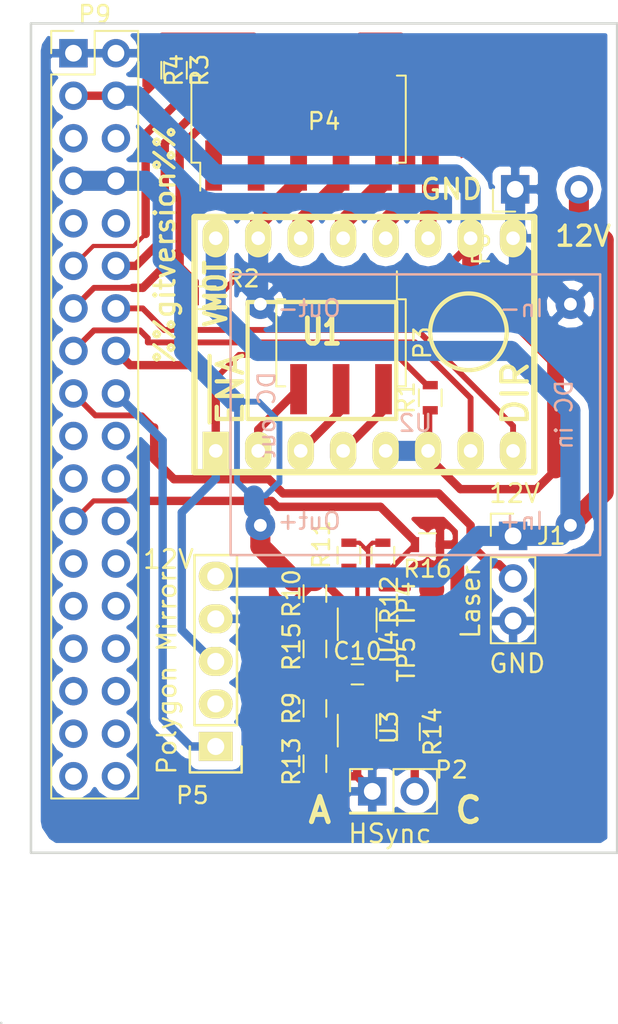
<source format=kicad_pcb>
(kicad_pcb (version 20170123) (host pcbnew "(2017-03-23 revision f2763e90e)-master")

  (general
    (links 74)
    (no_connects 0)
    (area 69.774999 41.3705 114.004286 102.945001)
    (thickness 1.6)
    (drawings 17)
    (tracks 278)
    (zones 0)
    (modules 27)
    (nets 26)
  )

  (page A4)
  (layers
    (0 F.Cu signal)
    (31 B.Cu signal)
    (32 B.Adhes user)
    (33 F.Adhes user)
    (34 B.Paste user)
    (35 F.Paste user)
    (36 B.SilkS user)
    (37 F.SilkS user)
    (38 B.Mask user)
    (39 F.Mask user)
    (40 Dwgs.User user)
    (41 Cmts.User user)
    (42 Eco1.User user)
    (43 Eco2.User user)
    (44 Edge.Cuts user)
    (45 Margin user)
    (46 B.CrtYd user)
    (47 F.CrtYd user)
    (48 B.Fab user)
    (49 F.Fab user)
  )

  (setup
    (last_trace_width 1)
    (user_trace_width 0.25)
    (user_trace_width 0.3)
    (user_trace_width 0.35)
    (user_trace_width 0.5)
    (user_trace_width 1)
    (user_trace_width 1.2)
    (trace_clearance 0.19)
    (zone_clearance 0.508)
    (zone_45_only no)
    (trace_min 0.2)
    (segment_width 0.2)
    (edge_width 0.15)
    (via_size 2)
    (via_drill 0.8)
    (via_min_size 0.4)
    (via_min_drill 0.3)
    (uvia_size 0.3)
    (uvia_drill 0.1)
    (uvias_allowed no)
    (uvia_min_size 0.2)
    (uvia_min_drill 0.1)
    (pcb_text_width 0.3)
    (pcb_text_size 1.5 1.5)
    (mod_edge_width 0.15)
    (mod_text_size 1 1)
    (mod_text_width 0.15)
    (pad_size 2 3.8)
    (pad_drill 0)
    (pad_to_mask_clearance 0.2)
    (aux_axis_origin 0 0)
    (visible_elements FFFFDF7F)
    (pcbplotparams
      (layerselection 0x00030_ffffffff)
      (usegerberextensions false)
      (excludeedgelayer true)
      (linewidth 0.100000)
      (plotframeref false)
      (viasonmask false)
      (mode 1)
      (useauxorigin false)
      (hpglpennumber 1)
      (hpglpenspeed 20)
      (hpglpendiameter 15)
      (psnegative false)
      (psa4output false)
      (plotreference true)
      (plotvalue true)
      (plotinvisibletext false)
      (padsonsilk false)
      (subtractmaskfromsilk false)
      (outputformat 1)
      (mirror false)
      (drillshape 1)
      (scaleselection 1)
      (outputdirectory ""))
  )

  (net 0 "")
  (net 1 GND)
  (net 2 +12V)
  (net 3 "Net-(P2-Pad2)")
  (net 4 MIRROR_CLK)
  (net 5 3.3V)
  (net 6 SLED_STEP)
  (net 7 SLED_DIR)
  (net 8 +5V)
  (net 9 "Net-(P3-Pad2)")
  (net 10 "Net-(P3-Pad4)")
  (net 11 "Net-(P3-Pad6)")
  (net 12 "Net-(P4-Pad7)")
  (net 13 "Net-(P4-Pad8)")
  (net 14 ~MOTORS_EN)
  (net 15 "Net-(R13-Pad1)")
  (net 16 "Net-(R10-Pad2)")
  (net 17 /HSyncTrig)
  (net 18 /VPhoto)
  (net 19 ~StopFront)
  (net 20 ~StopBack)
  (net 21 Hsync)
  (net 22 LASER_DATA)
  (net 23 "Net-(P4-Pad9)")
  (net 24 "Net-(P4-Pad10)")
  (net 25 ~UI-Button)

  (net_class Default "This is the default net class."
    (clearance 0.19)
    (trace_width 0.3)
    (via_dia 2)
    (via_drill 0.8)
    (uvia_dia 0.3)
    (uvia_drill 0.1)
    (add_net +5V)
    (add_net /HSyncTrig)
    (add_net /VPhoto)
    (add_net 3.3V)
    (add_net GND)
    (add_net Hsync)
    (add_net LASER_DATA)
    (add_net MIRROR_CLK)
    (add_net "Net-(P2-Pad2)")
    (add_net "Net-(P3-Pad2)")
    (add_net "Net-(P3-Pad4)")
    (add_net "Net-(P3-Pad6)")
    (add_net "Net-(P4-Pad10)")
    (add_net "Net-(P4-Pad7)")
    (add_net "Net-(P4-Pad8)")
    (add_net "Net-(P4-Pad9)")
    (add_net "Net-(R10-Pad2)")
    (add_net "Net-(R13-Pad1)")
    (add_net SLED_DIR)
    (add_net SLED_STEP)
    (add_net ~MOTORS_EN)
    (add_net ~StopBack)
    (add_net ~StopFront)
    (add_net ~UI-Button)
  )

  (net_class Power ""
    (clearance 0.5)
    (trace_width 0.5)
    (via_dia 2)
    (via_drill 0.8)
    (uvia_dia 0.3)
    (uvia_drill 0.1)
    (add_net +12V)
  )

  (module Pin_Headers:Pin_Header_Straight_1x02_Pitch2.54mm (layer F.Cu) (tedit 58E9A186) (tstamp 58EE9215)
    (at 100.584 53.086 90)
    (descr "Through hole straight pin header, 1x02, 2.54mm pitch, single row")
    (tags "Through hole pin header THT 1x02 2.54mm single row")
    (path /5874032A)
    (fp_text reference P6 (at -3.556 -2.032 90) (layer F.SilkS)
      (effects (font (size 1 1) (thickness 0.15)))
    )
    (fp_text value 12V-in (at 0 4.87 90) (layer F.Fab)
      (effects (font (size 1 1) (thickness 0.15)))
    )
    (fp_text user %R (at 0 -2.33 90) (layer F.Fab)
      (effects (font (size 1 1) (thickness 0.15)))
    )
    (fp_line (start 1.8 -1.8) (end -1.8 -1.8) (layer F.CrtYd) (width 0.05))
    (fp_line (start 1.8 4.35) (end 1.8 -1.8) (layer F.CrtYd) (width 0.05))
    (fp_line (start -1.8 4.35) (end 1.8 4.35) (layer F.CrtYd) (width 0.05))
    (fp_line (start -1.8 -1.8) (end -1.8 4.35) (layer F.CrtYd) (width 0.05))
    (fp_line (start -1.33 -1.33) (end 0 -1.33) (layer F.SilkS) (width 0.12))
    (fp_line (start -1.33 0) (end -1.33 -1.33) (layer F.SilkS) (width 0.12))
    (fp_line (start 1.27 -1.27) (end -1.27 -1.27) (layer F.Fab) (width 0.1))
    (fp_line (start 1.27 3.81) (end 1.27 -1.27) (layer F.Fab) (width 0.1))
    (fp_line (start -1.27 -1.27) (end -1.27 3.81) (layer F.Fab) (width 0.1))
    (pad 2 thru_hole oval (at 0 3.81 90) (size 1.7 1.7) (drill 1) (layers *.Cu *.Mask)
      (net 2 +12V))
    (pad 1 thru_hole rect (at 0 0 90) (size 1.7 1.7) (drill 1) (layers *.Cu *.Mask)
      (net 1 GND))
  )

  (module Symbols:OSHW-Logo2_9.8x8mm_Copper locked (layer F.Cu) (tedit 0) (tstamp 58EC0E35)
    (at 100.965 47.498)
    (descr "Open Source Hardware Symbol")
    (tags "Logo Symbol OSHW")
    (attr virtual)
    (fp_text reference REF*** (at 0 0) (layer F.SilkS) hide
      (effects (font (size 1 1) (thickness 0.15)))
    )
    (fp_text value OSHW-Logo2_9.8x8mm_Copper (at 0.75 0) (layer F.Fab) hide
      (effects (font (size 1 1) (thickness 0.15)))
    )
    (fp_poly (pts (xy 0.139878 -3.712224) (xy 0.245612 -3.711645) (xy 0.322132 -3.710078) (xy 0.374372 -3.707028)
      (xy 0.407263 -3.702004) (xy 0.425737 -3.694511) (xy 0.434727 -3.684056) (xy 0.439163 -3.670147)
      (xy 0.439594 -3.668346) (xy 0.446333 -3.635855) (xy 0.458808 -3.571748) (xy 0.475719 -3.482849)
      (xy 0.495771 -3.375981) (xy 0.517664 -3.257967) (xy 0.518429 -3.253822) (xy 0.540359 -3.138169)
      (xy 0.560877 -3.035986) (xy 0.578659 -2.953402) (xy 0.592381 -2.896544) (xy 0.600718 -2.871542)
      (xy 0.601116 -2.871099) (xy 0.625677 -2.85889) (xy 0.676315 -2.838544) (xy 0.742095 -2.814455)
      (xy 0.742461 -2.814326) (xy 0.825317 -2.783182) (xy 0.923 -2.743509) (xy 1.015077 -2.703619)
      (xy 1.019434 -2.701647) (xy 1.169407 -2.63358) (xy 1.501498 -2.860361) (xy 1.603374 -2.929496)
      (xy 1.695657 -2.991303) (xy 1.773003 -3.042267) (xy 1.830064 -3.078873) (xy 1.861495 -3.097606)
      (xy 1.864479 -3.098996) (xy 1.887321 -3.09281) (xy 1.929982 -3.062965) (xy 1.994128 -3.008053)
      (xy 2.081421 -2.926666) (xy 2.170535 -2.840078) (xy 2.256441 -2.754753) (xy 2.333327 -2.676892)
      (xy 2.396564 -2.611303) (xy 2.441523 -2.562795) (xy 2.463576 -2.536175) (xy 2.464396 -2.534805)
      (xy 2.466834 -2.516537) (xy 2.45765 -2.486705) (xy 2.434574 -2.441279) (xy 2.395337 -2.37623)
      (xy 2.33767 -2.28753) (xy 2.260795 -2.173343) (xy 2.19257 -2.072838) (xy 2.131582 -1.982697)
      (xy 2.081356 -1.908151) (xy 2.045416 -1.854435) (xy 2.027287 -1.826782) (xy 2.026146 -1.824905)
      (xy 2.028359 -1.79841) (xy 2.045138 -1.746914) (xy 2.073142 -1.680149) (xy 2.083122 -1.658828)
      (xy 2.126672 -1.563841) (xy 2.173134 -1.456063) (xy 2.210877 -1.362808) (xy 2.238073 -1.293594)
      (xy 2.259675 -1.240994) (xy 2.272158 -1.213503) (xy 2.273709 -1.211384) (xy 2.296668 -1.207876)
      (xy 2.350786 -1.198262) (xy 2.428868 -1.183911) (xy 2.523719 -1.166193) (xy 2.628143 -1.146475)
      (xy 2.734944 -1.126126) (xy 2.836926 -1.106514) (xy 2.926894 -1.089009) (xy 2.997653 -1.074978)
      (xy 3.042006 -1.065791) (xy 3.052885 -1.063193) (xy 3.064122 -1.056782) (xy 3.072605 -1.042303)
      (xy 3.078714 -1.014867) (xy 3.082832 -0.969589) (xy 3.085341 -0.90158) (xy 3.086621 -0.805953)
      (xy 3.087054 -0.67782) (xy 3.087077 -0.625299) (xy 3.087077 -0.198155) (xy 2.9845 -0.177909)
      (xy 2.927431 -0.16693) (xy 2.842269 -0.150905) (xy 2.739372 -0.131767) (xy 2.629096 -0.111449)
      (xy 2.598615 -0.105868) (xy 2.496855 -0.086083) (xy 2.408205 -0.066627) (xy 2.340108 -0.049303)
      (xy 2.300004 -0.035912) (xy 2.293323 -0.031921) (xy 2.276919 -0.003658) (xy 2.253399 0.051109)
      (xy 2.227316 0.121588) (xy 2.222142 0.136769) (xy 2.187956 0.230896) (xy 2.145523 0.337101)
      (xy 2.103997 0.432473) (xy 2.103792 0.432916) (xy 2.03464 0.582525) (xy 2.489512 1.251617)
      (xy 2.1975 1.544116) (xy 2.10918 1.63117) (xy 2.028625 1.707909) (xy 1.96036 1.770237)
      (xy 1.908908 1.814056) (xy 1.878794 1.83527) (xy 1.874474 1.836616) (xy 1.849111 1.826016)
      (xy 1.797358 1.796547) (xy 1.724868 1.751705) (xy 1.637294 1.694984) (xy 1.542612 1.631462)
      (xy 1.446516 1.566668) (xy 1.360837 1.510287) (xy 1.291016 1.465788) (xy 1.242494 1.436639)
      (xy 1.220782 1.426308) (xy 1.194293 1.43505) (xy 1.144062 1.458087) (xy 1.080451 1.490631)
      (xy 1.073708 1.494249) (xy 0.988046 1.53721) (xy 0.929306 1.558279) (xy 0.892772 1.558503)
      (xy 0.873731 1.538928) (xy 0.87362 1.538654) (xy 0.864102 1.515472) (xy 0.841403 1.460441)
      (xy 0.807282 1.377822) (xy 0.7635 1.271872) (xy 0.711816 1.146852) (xy 0.653992 1.00702)
      (xy 0.597991 0.871637) (xy 0.536447 0.722234) (xy 0.479939 0.583832) (xy 0.430161 0.460673)
      (xy 0.388806 0.357002) (xy 0.357568 0.277059) (xy 0.338141 0.225088) (xy 0.332154 0.205692)
      (xy 0.347168 0.183443) (xy 0.386439 0.147982) (xy 0.438807 0.108887) (xy 0.587941 -0.014755)
      (xy 0.704511 -0.156478) (xy 0.787118 -0.313296) (xy 0.834366 -0.482225) (xy 0.844857 -0.660278)
      (xy 0.837231 -0.742461) (xy 0.795682 -0.912969) (xy 0.724123 -1.063541) (xy 0.626995 -1.192691)
      (xy 0.508734 -1.298936) (xy 0.37378 -1.38079) (xy 0.226571 -1.436768) (xy 0.071544 -1.465385)
      (xy -0.086861 -1.465156) (xy -0.244206 -1.434595) (xy -0.396054 -1.372218) (xy -0.537965 -1.27654)
      (xy -0.597197 -1.222428) (xy -0.710797 -1.08348) (xy -0.789894 -0.931639) (xy -0.835014 -0.771333)
      (xy -0.846684 -0.606988) (xy -0.825431 -0.443029) (xy -0.77178 -0.283882) (xy -0.68626 -0.133975)
      (xy -0.569395 0.002267) (xy -0.438807 0.108887) (xy -0.384412 0.149642) (xy -0.345986 0.184718)
      (xy -0.332154 0.205726) (xy -0.339397 0.228635) (xy -0.359995 0.283365) (xy -0.392254 0.365672)
      (xy -0.434479 0.471315) (xy -0.484977 0.59605) (xy -0.542052 0.735636) (xy -0.598146 0.87167)
      (xy -0.660033 1.021201) (xy -0.717356 1.159767) (xy -0.768356 1.283107) (xy -0.811273 1.386964)
      (xy -0.844347 1.46708) (xy -0.865819 1.519195) (xy -0.873775 1.538654) (xy -0.892571 1.558423)
      (xy -0.928926 1.558365) (xy -0.987521 1.537441) (xy -1.073032 1.494613) (xy -1.073708 1.494249)
      (xy -1.138093 1.461012) (xy -1.190139 1.436802) (xy -1.219488 1.426404) (xy -1.220783 1.426308)
      (xy -1.242876 1.436855) (xy -1.291652 1.466184) (xy -1.361669 1.510827) (xy -1.447486 1.567314)
      (xy -1.542612 1.631462) (xy -1.63946 1.696411) (xy -1.726747 1.752896) (xy -1.798819 1.797421)
      (xy -1.850023 1.82649) (xy -1.874474 1.836616) (xy -1.89699 1.823307) (xy -1.942258 1.786112)
      (xy -2.005756 1.729128) (xy -2.082961 1.656449) (xy -2.169349 1.572171) (xy -2.197601 1.544016)
      (xy -2.489713 1.251416) (xy -2.267369 0.925104) (xy -2.199798 0.824897) (xy -2.140493 0.734963)
      (xy -2.092783 0.66051) (xy -2.059993 0.606751) (xy -2.045452 0.578894) (xy -2.045026 0.576912)
      (xy -2.052692 0.550655) (xy -2.073311 0.497837) (xy -2.103315 0.42731) (xy -2.124375 0.380093)
      (xy -2.163752 0.289694) (xy -2.200835 0.198366) (xy -2.229585 0.1212) (xy -2.237395 0.097692)
      (xy -2.259583 0.034916) (xy -2.281273 -0.013589) (xy -2.293187 -0.031921) (xy -2.319477 -0.043141)
      (xy -2.376858 -0.059046) (xy -2.457882 -0.077833) (xy -2.555105 -0.097701) (xy -2.598615 -0.105868)
      (xy -2.709104 -0.126171) (xy -2.815084 -0.14583) (xy -2.906199 -0.162912) (xy -2.972092 -0.175482)
      (xy -2.9845 -0.177909) (xy -3.087077 -0.198155) (xy -3.087077 -0.625299) (xy -3.086847 -0.765754)
      (xy -3.085901 -0.872021) (xy -3.083859 -0.948987) (xy -3.080338 -1.00154) (xy -3.074957 -1.034567)
      (xy -3.067334 -1.052955) (xy -3.057088 -1.061592) (xy -3.052885 -1.063193) (xy -3.02753 -1.068873)
      (xy -2.971516 -1.080205) (xy -2.892036 -1.095821) (xy -2.796288 -1.114353) (xy -2.691467 -1.134431)
      (xy -2.584768 -1.154688) (xy -2.483387 -1.173754) (xy -2.394521 -1.190261) (xy -2.325363 -1.202841)
      (xy -2.283111 -1.210125) (xy -2.27371 -1.211384) (xy -2.265193 -1.228237) (xy -2.24634 -1.27313)
      (xy -2.220676 -1.33757) (xy -2.210877 -1.362808) (xy -2.171352 -1.460314) (xy -2.124808 -1.568041)
      (xy -2.083123 -1.658828) (xy -2.05245 -1.728247) (xy -2.032044 -1.78529) (xy -2.025232 -1.820223)
      (xy -2.026318 -1.824905) (xy -2.040715 -1.847009) (xy -2.073588 -1.896169) (xy -2.12141 -1.967152)
      (xy -2.180652 -2.054722) (xy -2.247785 -2.153643) (xy -2.261059 -2.17317) (xy -2.338954 -2.28886)
      (xy -2.396213 -2.376956) (xy -2.435119 -2.441514) (xy -2.457956 -2.486589) (xy -2.467006 -2.516237)
      (xy -2.464552 -2.534515) (xy -2.464489 -2.534631) (xy -2.445173 -2.558639) (xy -2.402449 -2.605053)
      (xy -2.340949 -2.669063) (xy -2.265302 -2.745855) (xy -2.180139 -2.830618) (xy -2.170535 -2.840078)
      (xy -2.06321 -2.944011) (xy -1.980385 -3.020325) (xy -1.920395 -3.070429) (xy -1.881577 -3.09573)
      (xy -1.86448 -3.098996) (xy -1.839527 -3.08475) (xy -1.787745 -3.051844) (xy -1.71448 -3.003792)
      (xy -1.62508 -2.94411) (xy -1.524889 -2.876312) (xy -1.501499 -2.860361) (xy -1.169407 -2.63358)
      (xy -1.019435 -2.701647) (xy -0.92823 -2.741315) (xy -0.830331 -2.781209) (xy -0.746169 -2.813017)
      (xy -0.742462 -2.814326) (xy -0.676631 -2.838424) (xy -0.625884 -2.8588) (xy -0.601158 -2.871064)
      (xy -0.601116 -2.871099) (xy -0.593271 -2.893266) (xy -0.579934 -2.947783) (xy -0.56243 -3.02852)
      (xy -0.542083 -3.12935) (xy -0.520218 -3.244144) (xy -0.518429 -3.253822) (xy -0.496496 -3.372096)
      (xy -0.47636 -3.479458) (xy -0.45932 -3.569083) (xy -0.446672 -3.634149) (xy -0.439716 -3.667832)
      (xy -0.439594 -3.668346) (xy -0.435361 -3.682675) (xy -0.427129 -3.693493) (xy -0.409967 -3.701294)
      (xy -0.378942 -3.706571) (xy -0.329122 -3.709818) (xy -0.255576 -3.711528) (xy -0.153371 -3.712193)
      (xy -0.017575 -3.712307) (xy 0 -3.712308) (xy 0.139878 -3.712224)) (layer F.Cu) (width 0.01))
    (fp_poly (pts (xy 4.245224 2.647838) (xy 4.322528 2.698361) (xy 4.359814 2.74359) (xy 4.389353 2.825663)
      (xy 4.391699 2.890607) (xy 4.386385 2.977445) (xy 4.186115 3.065103) (xy 4.088739 3.109887)
      (xy 4.025113 3.145913) (xy 3.992029 3.177117) (xy 3.98628 3.207436) (xy 4.004658 3.240805)
      (xy 4.024923 3.262923) (xy 4.083889 3.298393) (xy 4.148024 3.300879) (xy 4.206926 3.273235)
      (xy 4.250197 3.21832) (xy 4.257936 3.198928) (xy 4.295006 3.138364) (xy 4.337654 3.112552)
      (xy 4.396154 3.090471) (xy 4.396154 3.174184) (xy 4.390982 3.23115) (xy 4.370723 3.279189)
      (xy 4.328262 3.334346) (xy 4.321951 3.341514) (xy 4.27472 3.390585) (xy 4.234121 3.41692)
      (xy 4.183328 3.429035) (xy 4.14122 3.433003) (xy 4.065902 3.433991) (xy 4.012286 3.421466)
      (xy 3.978838 3.402869) (xy 3.926268 3.361975) (xy 3.889879 3.317748) (xy 3.86685 3.262126)
      (xy 3.854359 3.187047) (xy 3.849587 3.084449) (xy 3.849206 3.032376) (xy 3.850501 2.969948)
      (xy 3.968471 2.969948) (xy 3.969839 3.003438) (xy 3.973249 3.008923) (xy 3.995753 3.001472)
      (xy 4.044182 2.981753) (xy 4.108908 2.953718) (xy 4.122443 2.947692) (xy 4.204244 2.906096)
      (xy 4.249312 2.869538) (xy 4.259217 2.835296) (xy 4.235526 2.800648) (xy 4.21596 2.785339)
      (xy 4.14536 2.754721) (xy 4.07928 2.75978) (xy 4.023959 2.797151) (xy 3.985636 2.863473)
      (xy 3.973349 2.916116) (xy 3.968471 2.969948) (xy 3.850501 2.969948) (xy 3.85173 2.91072)
      (xy 3.861032 2.82071) (xy 3.87946 2.755167) (xy 3.90936 2.706912) (xy 3.95308 2.668767)
      (xy 3.972141 2.65644) (xy 4.058726 2.624336) (xy 4.153522 2.622316) (xy 4.245224 2.647838)) (layer F.Cu) (width 0.01))
    (fp_poly (pts (xy 3.570807 2.636782) (xy 3.594161 2.646988) (xy 3.649902 2.691134) (xy 3.697569 2.754967)
      (xy 3.727048 2.823087) (xy 3.731846 2.85667) (xy 3.71576 2.903556) (xy 3.680475 2.928365)
      (xy 3.642644 2.943387) (xy 3.625321 2.946155) (xy 3.616886 2.926066) (xy 3.60023 2.882351)
      (xy 3.592923 2.862598) (xy 3.551948 2.794271) (xy 3.492622 2.760191) (xy 3.416552 2.761239)
      (xy 3.410918 2.762581) (xy 3.370305 2.781836) (xy 3.340448 2.819375) (xy 3.320055 2.879809)
      (xy 3.307836 2.967751) (xy 3.3025 3.087813) (xy 3.302 3.151698) (xy 3.301752 3.252403)
      (xy 3.300126 3.321054) (xy 3.295801 3.364673) (xy 3.287454 3.390282) (xy 3.273765 3.404903)
      (xy 3.253411 3.415558) (xy 3.252234 3.416095) (xy 3.213038 3.432667) (xy 3.193619 3.438769)
      (xy 3.190635 3.420319) (xy 3.188081 3.369323) (xy 3.18614 3.292308) (xy 3.184997 3.195805)
      (xy 3.184769 3.125184) (xy 3.185932 2.988525) (xy 3.190479 2.884851) (xy 3.199999 2.808108)
      (xy 3.216081 2.752246) (xy 3.240313 2.711212) (xy 3.274286 2.678954) (xy 3.307833 2.65644)
      (xy 3.388499 2.626476) (xy 3.482381 2.619718) (xy 3.570807 2.636782)) (layer F.Cu) (width 0.01))
    (fp_poly (pts (xy 2.887333 2.633528) (xy 2.94359 2.659117) (xy 2.987747 2.690124) (xy 3.020101 2.724795)
      (xy 3.042438 2.76952) (xy 3.056546 2.830692) (xy 3.064211 2.914701) (xy 3.06722 3.02794)
      (xy 3.067538 3.102509) (xy 3.067538 3.39342) (xy 3.017773 3.416095) (xy 2.978576 3.432667)
      (xy 2.959157 3.438769) (xy 2.955442 3.42061) (xy 2.952495 3.371648) (xy 2.950691 3.300153)
      (xy 2.950308 3.243385) (xy 2.948661 3.161371) (xy 2.944222 3.096309) (xy 2.93774 3.056467)
      (xy 2.93259 3.048) (xy 2.897977 3.056646) (xy 2.84364 3.078823) (xy 2.780722 3.108886)
      (xy 2.720368 3.141192) (xy 2.673721 3.170098) (xy 2.651926 3.189961) (xy 2.651839 3.190175)
      (xy 2.653714 3.226935) (xy 2.670525 3.262026) (xy 2.700039 3.290528) (xy 2.743116 3.300061)
      (xy 2.779932 3.29895) (xy 2.832074 3.298133) (xy 2.859444 3.310349) (xy 2.875882 3.342624)
      (xy 2.877955 3.34871) (xy 2.885081 3.394739) (xy 2.866024 3.422687) (xy 2.816353 3.436007)
      (xy 2.762697 3.43847) (xy 2.666142 3.42021) (xy 2.616159 3.394131) (xy 2.554429 3.332868)
      (xy 2.52169 3.25767) (xy 2.518753 3.178211) (xy 2.546424 3.104167) (xy 2.588047 3.057769)
      (xy 2.629604 3.031793) (xy 2.694922 2.998907) (xy 2.771038 2.965557) (xy 2.783726 2.960461)
      (xy 2.867333 2.923565) (xy 2.91553 2.891046) (xy 2.93103 2.858718) (xy 2.91655 2.822394)
      (xy 2.891692 2.794) (xy 2.832939 2.759039) (xy 2.768293 2.756417) (xy 2.709008 2.783358)
      (xy 2.666339 2.837088) (xy 2.660739 2.85095) (xy 2.628133 2.901936) (xy 2.58053 2.939787)
      (xy 2.520461 2.97085) (xy 2.520461 2.882768) (xy 2.523997 2.828951) (xy 2.539156 2.786534)
      (xy 2.572768 2.741279) (xy 2.605035 2.70642) (xy 2.655209 2.657062) (xy 2.694193 2.630547)
      (xy 2.736064 2.619911) (xy 2.78346 2.618154) (xy 2.887333 2.633528)) (layer F.Cu) (width 0.01))
    (fp_poly (pts (xy 2.395929 2.636662) (xy 2.398911 2.688068) (xy 2.401247 2.766192) (xy 2.402749 2.864857)
      (xy 2.403231 2.968343) (xy 2.403231 3.318533) (xy 2.341401 3.380363) (xy 2.298793 3.418462)
      (xy 2.26139 3.433895) (xy 2.21027 3.432918) (xy 2.189978 3.430433) (xy 2.126554 3.4232)
      (xy 2.074095 3.419055) (xy 2.061308 3.418672) (xy 2.018199 3.421176) (xy 1.956544 3.427462)
      (xy 1.932638 3.430433) (xy 1.873922 3.435028) (xy 1.834464 3.425046) (xy 1.795338 3.394228)
      (xy 1.781215 3.380363) (xy 1.719385 3.318533) (xy 1.719385 2.663503) (xy 1.76915 2.640829)
      (xy 1.812002 2.624034) (xy 1.837073 2.618154) (xy 1.843501 2.636736) (xy 1.849509 2.688655)
      (xy 1.854697 2.768172) (xy 1.858664 2.869546) (xy 1.860577 2.955192) (xy 1.865923 3.292231)
      (xy 1.91256 3.298825) (xy 1.954976 3.294214) (xy 1.97576 3.279287) (xy 1.98157 3.251377)
      (xy 1.98653 3.191925) (xy 1.990246 3.108466) (xy 1.992324 3.008532) (xy 1.992624 2.957104)
      (xy 1.992923 2.661054) (xy 2.054454 2.639604) (xy 2.098004 2.62502) (xy 2.121694 2.618219)
      (xy 2.122377 2.618154) (xy 2.124754 2.636642) (xy 2.127366 2.687906) (xy 2.129995 2.765649)
      (xy 2.132421 2.863574) (xy 2.134115 2.955192) (xy 2.139461 3.292231) (xy 2.256692 3.292231)
      (xy 2.262072 2.984746) (xy 2.267451 2.677261) (xy 2.324601 2.647707) (xy 2.366797 2.627413)
      (xy 2.39177 2.618204) (xy 2.392491 2.618154) (xy 2.395929 2.636662)) (layer F.Cu) (width 0.01))
    (fp_poly (pts (xy 1.602081 2.780289) (xy 1.601833 2.92632) (xy 1.600872 3.038655) (xy 1.598794 3.122678)
      (xy 1.595193 3.183769) (xy 1.589665 3.227309) (xy 1.581804 3.258679) (xy 1.571207 3.283262)
      (xy 1.563182 3.297294) (xy 1.496728 3.373388) (xy 1.41247 3.421084) (xy 1.319249 3.438199)
      (xy 1.2259 3.422546) (xy 1.170312 3.394418) (xy 1.111957 3.34576) (xy 1.072186 3.286333)
      (xy 1.04819 3.208507) (xy 1.037161 3.104652) (xy 1.035599 3.028462) (xy 1.035809 3.022986)
      (xy 1.172308 3.022986) (xy 1.173141 3.110355) (xy 1.176961 3.168192) (xy 1.185746 3.206029)
      (xy 1.201474 3.233398) (xy 1.220266 3.254042) (xy 1.283375 3.29389) (xy 1.351137 3.297295)
      (xy 1.415179 3.264025) (xy 1.420164 3.259517) (xy 1.441439 3.236067) (xy 1.454779 3.208166)
      (xy 1.462001 3.166641) (xy 1.464923 3.102316) (xy 1.465385 3.0312) (xy 1.464383 2.941858)
      (xy 1.460238 2.882258) (xy 1.451236 2.843089) (xy 1.435667 2.81504) (xy 1.422902 2.800144)
      (xy 1.3636 2.762575) (xy 1.295301 2.758057) (xy 1.23011 2.786753) (xy 1.217528 2.797406)
      (xy 1.196111 2.821063) (xy 1.182744 2.849251) (xy 1.175566 2.891245) (xy 1.172719 2.956319)
      (xy 1.172308 3.022986) (xy 1.035809 3.022986) (xy 1.040322 2.905765) (xy 1.056362 2.813577)
      (xy 1.086528 2.744269) (xy 1.133629 2.690211) (xy 1.170312 2.662505) (xy 1.23699 2.632572)
      (xy 1.314272 2.618678) (xy 1.38611 2.622397) (xy 1.426308 2.6374) (xy 1.442082 2.64167)
      (xy 1.45255 2.62575) (xy 1.459856 2.583089) (xy 1.465385 2.518106) (xy 1.471437 2.445732)
      (xy 1.479844 2.402187) (xy 1.495141 2.377287) (xy 1.521864 2.360845) (xy 1.538654 2.353564)
      (xy 1.602154 2.326963) (xy 1.602081 2.780289)) (layer F.Cu) (width 0.01))
    (fp_poly (pts (xy 0.713362 2.62467) (xy 0.802117 2.657421) (xy 0.874022 2.71535) (xy 0.902144 2.756128)
      (xy 0.932802 2.830954) (xy 0.932165 2.885058) (xy 0.899987 2.921446) (xy 0.888081 2.927633)
      (xy 0.836675 2.946925) (xy 0.810422 2.941982) (xy 0.80153 2.909587) (xy 0.801077 2.891692)
      (xy 0.784797 2.825859) (xy 0.742365 2.779807) (xy 0.683388 2.757564) (xy 0.617475 2.763161)
      (xy 0.563895 2.792229) (xy 0.545798 2.80881) (xy 0.532971 2.828925) (xy 0.524306 2.859332)
      (xy 0.518696 2.906788) (xy 0.515035 2.97805) (xy 0.512215 3.079875) (xy 0.511484 3.112115)
      (xy 0.50882 3.22241) (xy 0.505792 3.300036) (xy 0.50125 3.351396) (xy 0.494046 3.38289)
      (xy 0.483033 3.40092) (xy 0.46706 3.411888) (xy 0.456834 3.416733) (xy 0.413406 3.433301)
      (xy 0.387842 3.438769) (xy 0.379395 3.420507) (xy 0.374239 3.365296) (xy 0.372346 3.272499)
      (xy 0.373689 3.141478) (xy 0.374107 3.121269) (xy 0.377058 3.001733) (xy 0.380548 2.914449)
      (xy 0.385514 2.852591) (xy 0.392893 2.809336) (xy 0.403624 2.77786) (xy 0.418645 2.751339)
      (xy 0.426502 2.739975) (xy 0.471553 2.689692) (xy 0.52194 2.650581) (xy 0.528108 2.647167)
      (xy 0.618458 2.620212) (xy 0.713362 2.62467)) (layer F.Cu) (width 0.01))
    (fp_poly (pts (xy 0.053501 2.626303) (xy 0.13006 2.654733) (xy 0.130936 2.655279) (xy 0.178285 2.690127)
      (xy 0.213241 2.730852) (xy 0.237825 2.783925) (xy 0.254062 2.855814) (xy 0.263975 2.952992)
      (xy 0.269586 3.081928) (xy 0.270077 3.100298) (xy 0.277141 3.377287) (xy 0.217695 3.408028)
      (xy 0.174681 3.428802) (xy 0.14871 3.438646) (xy 0.147509 3.438769) (xy 0.143014 3.420606)
      (xy 0.139444 3.371612) (xy 0.137248 3.300031) (xy 0.136769 3.242068) (xy 0.136758 3.14817)
      (xy 0.132466 3.089203) (xy 0.117503 3.061079) (xy 0.085482 3.059706) (xy 0.030014 3.080998)
      (xy -0.053731 3.120136) (xy -0.115311 3.152643) (xy -0.146983 3.180845) (xy -0.156294 3.211582)
      (xy -0.156308 3.213104) (xy -0.140943 3.266054) (xy -0.095453 3.29466) (xy -0.025834 3.298803)
      (xy 0.024313 3.298084) (xy 0.050754 3.312527) (xy 0.067243 3.347218) (xy 0.076733 3.391416)
      (xy 0.063057 3.416493) (xy 0.057907 3.420082) (xy 0.009425 3.434496) (xy -0.058469 3.436537)
      (xy -0.128388 3.426983) (xy -0.177932 3.409522) (xy -0.24643 3.351364) (xy -0.285366 3.270408)
      (xy -0.293077 3.20716) (xy -0.287193 3.150111) (xy -0.265899 3.103542) (xy -0.223735 3.062181)
      (xy -0.155241 3.020755) (xy -0.054956 2.973993) (xy -0.048846 2.97135) (xy 0.04149 2.929617)
      (xy 0.097235 2.895391) (xy 0.121129 2.864635) (xy 0.115913 2.833311) (xy 0.084328 2.797383)
      (xy 0.074883 2.789116) (xy 0.011617 2.757058) (xy -0.053936 2.758407) (xy -0.111028 2.789838)
      (xy -0.148907 2.848024) (xy -0.152426 2.859446) (xy -0.1867 2.914837) (xy -0.230191 2.941518)
      (xy -0.293077 2.96796) (xy -0.293077 2.899548) (xy -0.273948 2.80011) (xy -0.217169 2.708902)
      (xy -0.187622 2.678389) (xy -0.120458 2.639228) (xy -0.035044 2.6215) (xy 0.053501 2.626303)) (layer F.Cu) (width 0.01))
    (fp_poly (pts (xy -0.840154 2.49212) (xy -0.834428 2.57198) (xy -0.827851 2.619039) (xy -0.818738 2.639566)
      (xy -0.805402 2.639829) (xy -0.801077 2.637378) (xy -0.743556 2.619636) (xy -0.668732 2.620672)
      (xy -0.592661 2.63891) (xy -0.545082 2.662505) (xy -0.496298 2.700198) (xy -0.460636 2.742855)
      (xy -0.436155 2.797057) (xy -0.420913 2.869384) (xy -0.41297 2.966419) (xy -0.410384 3.094742)
      (xy -0.410338 3.119358) (xy -0.410308 3.39587) (xy -0.471839 3.41732) (xy -0.515541 3.431912)
      (xy -0.539518 3.438706) (xy -0.540223 3.438769) (xy -0.542585 3.420345) (xy -0.544594 3.369526)
      (xy -0.546099 3.292993) (xy -0.546947 3.19743) (xy -0.547077 3.139329) (xy -0.547349 3.024771)
      (xy -0.548748 2.942667) (xy -0.552151 2.886393) (xy -0.558433 2.849326) (xy -0.568471 2.824844)
      (xy -0.583139 2.806325) (xy -0.592298 2.797406) (xy -0.655211 2.761466) (xy -0.723864 2.758775)
      (xy -0.786152 2.78917) (xy -0.797671 2.800144) (xy -0.814567 2.820779) (xy -0.826286 2.845256)
      (xy -0.833767 2.880647) (xy -0.837946 2.934026) (xy -0.839763 3.012466) (xy -0.840154 3.120617)
      (xy -0.840154 3.39587) (xy -0.901685 3.41732) (xy -0.945387 3.431912) (xy -0.969364 3.438706)
      (xy -0.97007 3.438769) (xy -0.971874 3.420069) (xy -0.9735 3.367322) (xy -0.974883 3.285557)
      (xy -0.975958 3.179805) (xy -0.97666 3.055094) (xy -0.976923 2.916455) (xy -0.976923 2.381806)
      (xy -0.849923 2.328236) (xy -0.840154 2.49212)) (layer F.Cu) (width 0.01))
    (fp_poly (pts (xy -2.465746 2.599745) (xy -2.388714 2.651567) (xy -2.329184 2.726412) (xy -2.293622 2.821654)
      (xy -2.286429 2.891756) (xy -2.287246 2.921009) (xy -2.294086 2.943407) (xy -2.312888 2.963474)
      (xy -2.349592 2.985733) (xy -2.410138 3.014709) (xy -2.500466 3.054927) (xy -2.500923 3.055129)
      (xy -2.584067 3.09321) (xy -2.652247 3.127025) (xy -2.698495 3.152933) (xy -2.715842 3.167295)
      (xy -2.715846 3.167411) (xy -2.700557 3.198685) (xy -2.664804 3.233157) (xy -2.623758 3.25799)
      (xy -2.602963 3.262923) (xy -2.54623 3.245862) (xy -2.497373 3.203133) (xy -2.473535 3.156155)
      (xy -2.450603 3.121522) (xy -2.405682 3.082081) (xy -2.352877 3.048009) (xy -2.30629 3.02948)
      (xy -2.296548 3.028462) (xy -2.285582 3.045215) (xy -2.284921 3.088039) (xy -2.29298 3.145781)
      (xy -2.308173 3.207289) (xy -2.328914 3.261409) (xy -2.329962 3.26351) (xy -2.392379 3.35066)
      (xy -2.473274 3.409939) (xy -2.565144 3.439034) (xy -2.660487 3.435634) (xy -2.751802 3.397428)
      (xy -2.755862 3.394741) (xy -2.827694 3.329642) (xy -2.874927 3.244705) (xy -2.901066 3.133021)
      (xy -2.904574 3.101643) (xy -2.910787 2.953536) (xy -2.903339 2.884468) (xy -2.715846 2.884468)
      (xy -2.71341 2.927552) (xy -2.700086 2.940126) (xy -2.666868 2.930719) (xy -2.614506 2.908483)
      (xy -2.555976 2.88061) (xy -2.554521 2.879872) (xy -2.504911 2.853777) (xy -2.485 2.836363)
      (xy -2.48991 2.818107) (xy -2.510584 2.79412) (xy -2.563181 2.759406) (xy -2.619823 2.756856)
      (xy -2.670631 2.782119) (xy -2.705724 2.830847) (xy -2.715846 2.884468) (xy -2.903339 2.884468)
      (xy -2.898008 2.835036) (xy -2.865222 2.741055) (xy -2.819579 2.675215) (xy -2.737198 2.608681)
      (xy -2.646454 2.575676) (xy -2.553815 2.573573) (xy -2.465746 2.599745)) (layer F.Cu) (width 0.01))
    (fp_poly (pts (xy -3.983114 2.587256) (xy -3.891536 2.635409) (xy -3.823951 2.712905) (xy -3.799943 2.762727)
      (xy -3.781262 2.837533) (xy -3.771699 2.932052) (xy -3.770792 3.03521) (xy -3.778079 3.135935)
      (xy -3.793097 3.223153) (xy -3.815385 3.285791) (xy -3.822235 3.296579) (xy -3.903368 3.377105)
      (xy -3.999734 3.425336) (xy -4.104299 3.43945) (xy -4.210032 3.417629) (xy -4.239457 3.404547)
      (xy -4.296759 3.364231) (xy -4.34705 3.310775) (xy -4.351803 3.303995) (xy -4.371122 3.271321)
      (xy -4.383892 3.236394) (xy -4.391436 3.190414) (xy -4.395076 3.124584) (xy -4.396135 3.030105)
      (xy -4.396154 3.008923) (xy -4.396106 3.002182) (xy -4.200769 3.002182) (xy -4.199632 3.091349)
      (xy -4.195159 3.15052) (xy -4.185754 3.188741) (xy -4.169824 3.215053) (xy -4.161692 3.223846)
      (xy -4.114942 3.257261) (xy -4.069553 3.255737) (xy -4.02366 3.226752) (xy -3.996288 3.195809)
      (xy -3.980077 3.150643) (xy -3.970974 3.07942) (xy -3.970349 3.071114) (xy -3.968796 2.942037)
      (xy -3.985035 2.846172) (xy -4.018848 2.784107) (xy -4.070016 2.756432) (xy -4.08828 2.754923)
      (xy -4.13624 2.762513) (xy -4.169047 2.788808) (xy -4.189105 2.839095) (xy -4.198822 2.918664)
      (xy -4.200769 3.002182) (xy -4.396106 3.002182) (xy -4.395426 2.908249) (xy -4.392371 2.837906)
      (xy -4.385678 2.789163) (xy -4.37404 2.753288) (xy -4.356147 2.721548) (xy -4.352192 2.715648)
      (xy -4.285733 2.636104) (xy -4.213315 2.589929) (xy -4.125151 2.571599) (xy -4.095213 2.570703)
      (xy -3.983114 2.587256)) (layer F.Cu) (width 0.01))
    (fp_poly (pts (xy -1.728336 2.595089) (xy -1.665633 2.631358) (xy -1.622039 2.667358) (xy -1.590155 2.705075)
      (xy -1.56819 2.751199) (xy -1.554351 2.812421) (xy -1.546847 2.895431) (xy -1.543883 3.006919)
      (xy -1.543539 3.087062) (xy -1.543539 3.382065) (xy -1.709615 3.456515) (xy -1.719385 3.133402)
      (xy -1.723421 3.012729) (xy -1.727656 2.925141) (xy -1.732903 2.86465) (xy -1.739975 2.825268)
      (xy -1.749689 2.801007) (xy -1.762856 2.78588) (xy -1.767081 2.782606) (xy -1.831091 2.757034)
      (xy -1.895792 2.767153) (xy -1.934308 2.794) (xy -1.949975 2.813024) (xy -1.96082 2.837988)
      (xy -1.967712 2.875834) (xy -1.971521 2.933502) (xy -1.973117 3.017935) (xy -1.973385 3.105928)
      (xy -1.973437 3.216323) (xy -1.975328 3.294463) (xy -1.981655 3.347165) (xy -1.995017 3.381242)
      (xy -2.018015 3.403511) (xy -2.053246 3.420787) (xy -2.100303 3.438738) (xy -2.151697 3.458278)
      (xy -2.145579 3.111485) (xy -2.143116 2.986468) (xy -2.140233 2.894082) (xy -2.136102 2.827881)
      (xy -2.129893 2.78142) (xy -2.120774 2.748256) (xy -2.107917 2.721944) (xy -2.092416 2.698729)
      (xy -2.017629 2.624569) (xy -1.926372 2.581684) (xy -1.827117 2.571412) (xy -1.728336 2.595089)) (layer F.Cu) (width 0.01))
    (fp_poly (pts (xy -3.231114 2.584505) (xy -3.156461 2.621727) (xy -3.090569 2.690261) (xy -3.072423 2.715648)
      (xy -3.052655 2.748866) (xy -3.039828 2.784945) (xy -3.03249 2.833098) (xy -3.029187 2.902536)
      (xy -3.028462 2.994206) (xy -3.031737 3.11983) (xy -3.043123 3.214154) (xy -3.064959 3.284523)
      (xy -3.099581 3.338286) (xy -3.14933 3.382788) (xy -3.152986 3.385423) (xy -3.202015 3.412377)
      (xy -3.261055 3.425712) (xy -3.336141 3.429) (xy -3.458205 3.429) (xy -3.458256 3.547497)
      (xy -3.459392 3.613492) (xy -3.466314 3.652202) (xy -3.484402 3.675419) (xy -3.519038 3.694933)
      (xy -3.527355 3.69892) (xy -3.56628 3.717603) (xy -3.596417 3.729403) (xy -3.618826 3.730422)
      (xy -3.634567 3.716761) (xy -3.644698 3.684522) (xy -3.650277 3.629804) (xy -3.652365 3.548711)
      (xy -3.652019 3.437344) (xy -3.6503 3.291802) (xy -3.649763 3.248269) (xy -3.647828 3.098205)
      (xy -3.646096 3.000042) (xy -3.458308 3.000042) (xy -3.457252 3.083364) (xy -3.452562 3.13788)
      (xy -3.441949 3.173837) (xy -3.423128 3.201482) (xy -3.41035 3.214965) (xy -3.35811 3.254417)
      (xy -3.311858 3.257628) (xy -3.264133 3.225049) (xy -3.262923 3.223846) (xy -3.243506 3.198668)
      (xy -3.231693 3.164447) (xy -3.225735 3.111748) (xy -3.22388 3.031131) (xy -3.223846 3.013271)
      (xy -3.22833 2.902175) (xy -3.242926 2.825161) (xy -3.26935 2.778147) (xy -3.309317 2.75705)
      (xy -3.332416 2.754923) (xy -3.387238 2.7649) (xy -3.424842 2.797752) (xy -3.447477 2.857857)
      (xy -3.457394 2.949598) (xy -3.458308 3.000042) (xy -3.646096 3.000042) (xy -3.645778 2.98206)
      (xy -3.643127 2.894679) (xy -3.639394 2.830905) (xy -3.634093 2.785582) (xy -3.626742 2.753555)
      (xy -3.616857 2.729668) (xy -3.603954 2.708764) (xy -3.598421 2.700898) (xy -3.525031 2.626595)
      (xy -3.43224 2.584467) (xy -3.324904 2.572722) (xy -3.231114 2.584505)) (layer F.Cu) (width 0.01))
  )

  (module ldgraphy:POLOLU (layer F.Cu) (tedit 58E9A3AC) (tstamp 5876BEDB)
    (at 91.567 64.897)
    (descr "16 pins DIL package, elliptical pads")
    (tags DIL)
    (path /587317E0)
    (fp_text reference U1 (at -2.54 -3.302) (layer F.SilkS)
      (effects (font (size 1.524 1.143) (thickness 0.3048)))
    )
    (fp_text value POLOLUSTEPPER (at 0.127 5.969) (layer F.SilkS) hide
      (effects (font (size 1.524 1.143) (thickness 0.28575)))
    )
    (fp_line (start -10.16 5.08) (end -10.16 -10.16) (layer F.SilkS) (width 0.381))
    (fp_line (start 10.16 5.08) (end -10.16 5.08) (layer F.SilkS) (width 0.381))
    (fp_line (start 10.16 -10.16) (end 10.16 5.08) (layer F.SilkS) (width 0.381))
    (fp_line (start -10.16 -10.16) (end 10.16 -10.16) (layer F.SilkS) (width 0.381))
    (fp_circle (center 6.223 -3.302) (end 7.493 -5.207) (layer F.SilkS) (width 0.254))
    (fp_line (start -6.985 -5.08) (end -6.985 -4.445) (layer F.SilkS) (width 0.254))
    (fp_line (start 1.905 -5.08) (end -6.985 -5.08) (layer F.SilkS) (width 0.254))
    (fp_line (start 1.905 1.905) (end 1.905 -5.08) (layer F.SilkS) (width 0.254))
    (fp_line (start -6.985 1.905) (end 1.905 1.905) (layer F.SilkS) (width 0.254))
    (fp_line (start -6.985 -4.445) (end -6.985 1.905) (layer F.SilkS) (width 0.254))
    (fp_text user ~ENA (at -8.001 0.127 90) (layer F.SilkS)
      (effects (font (thickness 0.254)))
    )
    (fp_text user DIR (at 9.017 0.381 90) (layer F.SilkS)
      (effects (font (thickness 0.254)))
    )
    (fp_text user VMOT (at -8.89 -5.588 90) (layer F.SilkS)
      (effects (font (size 1.27 1.016) (thickness 0.254)))
    )
    (pad 16 thru_hole oval (at -8.89 -8.89) (size 1.5748 2.286) (drill 0.8128) (layers *.Cu *.Mask F.SilkS)
      (net 2 +12V))
    (pad 15 thru_hole oval (at -6.35 -8.89) (size 1.5748 2.286) (drill 0.8128) (layers *.Cu *.Mask F.SilkS)
      (net 1 GND))
    (pad 14 thru_hole oval (at -3.81 -8.89) (size 1.5748 2.286) (drill 0.8128) (layers *.Cu *.Mask F.SilkS)
      (net 12 "Net-(P4-Pad7)"))
    (pad 13 thru_hole oval (at -1.27 -8.89) (size 1.5748 2.286) (drill 0.8128) (layers *.Cu *.Mask F.SilkS)
      (net 23 "Net-(P4-Pad9)"))
    (pad 12 thru_hole oval (at 1.27 -8.89) (size 1.5748 2.286) (drill 0.8128) (layers *.Cu *.Mask F.SilkS)
      (net 24 "Net-(P4-Pad10)"))
    (pad 11 thru_hole oval (at 3.81 -8.89) (size 1.5748 2.286) (drill 0.8128) (layers *.Cu *.Mask F.SilkS)
      (net 13 "Net-(P4-Pad8)"))
    (pad 10 thru_hole oval (at 6.35 -8.89) (size 1.5748 2.286) (drill 0.8128) (layers *.Cu *.Mask F.SilkS)
      (net 5 3.3V))
    (pad 9 thru_hole oval (at 8.89 -8.89) (size 1.5748 2.286) (drill 0.8128) (layers *.Cu *.Mask F.SilkS)
      (net 1 GND))
    (pad 8 thru_hole oval (at 8.89 3.81) (size 1.5748 2.286) (drill 0.8128) (layers *.Cu *.Mask F.SilkS)
      (net 7 SLED_DIR))
    (pad 7 thru_hole oval (at 6.35 3.81) (size 1.5748 2.286) (drill 0.8128) (layers *.Cu *.Mask F.SilkS)
      (net 6 SLED_STEP))
    (pad 6 thru_hole oval (at 3.81 3.81) (size 1.5748 2.286) (drill 0.8128) (layers *.Cu *.Mask F.SilkS)
      (net 5 3.3V))
    (pad 5 thru_hole oval (at 1.27 3.81) (size 1.5748 2.286) (drill 0.8128) (layers *.Cu *.Mask F.SilkS)
      (net 5 3.3V))
    (pad 4 thru_hole oval (at -1.27 3.81) (size 1.5748 2.286) (drill 0.8128) (layers *.Cu *.Mask F.SilkS)
      (net 9 "Net-(P3-Pad2)"))
    (pad 3 thru_hole oval (at -3.81 3.81) (size 1.5748 2.286) (drill 0.8128) (layers *.Cu *.Mask F.SilkS)
      (net 10 "Net-(P3-Pad4)"))
    (pad 2 thru_hole oval (at -6.35 3.81) (size 1.5748 2.286) (drill 0.8128) (layers *.Cu *.Mask F.SilkS)
      (net 11 "Net-(P3-Pad6)"))
    (pad 1 thru_hole rect (at -8.89 3.81) (size 1.5748 2.286) (drill 0.8128) (layers *.Cu *.Mask F.SilkS)
      (net 14 ~MOTORS_EN))
    (model dil/dil_16.wrl
      (at (xyz 0 0 0))
      (scale (xyz 1 1 1))
      (rotate (xyz 0 0 0))
    )
  )

  (module Pin_Headers:Pin_Header_Straight_2x03_Pitch2.54mm_SMD (layer F.Cu) (tedit 58CD4EC5) (tstamp 58DF3BC7)
    (at 90.17 62.254 270)
    (descr "surface-mounted straight pin header, 2x03, 2.54mm pitch, double rows")
    (tags "Surface mounted pin header SMD 2x03 2.54mm double row")
    (path /58733B3D)
    (attr smd)
    (fp_text reference P3 (at 0 -4.87 270) (layer F.SilkS)
      (effects (font (size 1 1) (thickness 0.15)))
    )
    (fp_text value Jumper (at 0 4.87 270) (layer F.Fab)
      (effects (font (size 1 1) (thickness 0.15)))
    )
    (fp_text user %R (at 0 -4.87 270) (layer F.Fab)
      (effects (font (size 1 1) (thickness 0.15)))
    )
    (fp_line (start 4.8 -4.35) (end -4.8 -4.35) (layer F.CrtYd) (width 0.05))
    (fp_line (start 4.8 4.35) (end 4.8 -4.35) (layer F.CrtYd) (width 0.05))
    (fp_line (start -4.8 4.35) (end 4.8 4.35) (layer F.CrtYd) (width 0.05))
    (fp_line (start -4.8 -4.35) (end -4.8 4.35) (layer F.CrtYd) (width 0.05))
    (fp_line (start -4.27 -3.34) (end -2.6 -3.34) (layer F.SilkS) (width 0.12))
    (fp_line (start 2.6 3.87) (end 2.6 3.34) (layer F.SilkS) (width 0.12))
    (fp_line (start -2.6 3.87) (end 2.6 3.87) (layer F.SilkS) (width 0.12))
    (fp_line (start -2.6 3.34) (end -2.6 3.87) (layer F.SilkS) (width 0.12))
    (fp_line (start 2.6 -3.87) (end 2.6 -3.34) (layer F.SilkS) (width 0.12))
    (fp_line (start -2.6 -3.87) (end 2.6 -3.87) (layer F.SilkS) (width 0.12))
    (fp_line (start -2.6 -3.34) (end -2.6 -3.87) (layer F.SilkS) (width 0.12))
    (fp_line (start 3.92 2.22) (end 2.54 2.22) (layer F.Fab) (width 0.1))
    (fp_line (start 3.92 2.86) (end 3.92 2.22) (layer F.Fab) (width 0.1))
    (fp_line (start 2.54 2.86) (end 3.92 2.86) (layer F.Fab) (width 0.1))
    (fp_line (start 2.54 2.22) (end 2.54 2.86) (layer F.Fab) (width 0.1))
    (fp_line (start -3.92 2.22) (end -2.54 2.22) (layer F.Fab) (width 0.1))
    (fp_line (start -3.92 2.86) (end -3.92 2.22) (layer F.Fab) (width 0.1))
    (fp_line (start -2.54 2.86) (end -3.92 2.86) (layer F.Fab) (width 0.1))
    (fp_line (start -2.54 2.22) (end -2.54 2.86) (layer F.Fab) (width 0.1))
    (fp_line (start 3.92 -0.32) (end 2.54 -0.32) (layer F.Fab) (width 0.1))
    (fp_line (start 3.92 0.32) (end 3.92 -0.32) (layer F.Fab) (width 0.1))
    (fp_line (start 2.54 0.32) (end 3.92 0.32) (layer F.Fab) (width 0.1))
    (fp_line (start 2.54 -0.32) (end 2.54 0.32) (layer F.Fab) (width 0.1))
    (fp_line (start -3.92 -0.32) (end -2.54 -0.32) (layer F.Fab) (width 0.1))
    (fp_line (start -3.92 0.32) (end -3.92 -0.32) (layer F.Fab) (width 0.1))
    (fp_line (start -2.54 0.32) (end -3.92 0.32) (layer F.Fab) (width 0.1))
    (fp_line (start -2.54 -0.32) (end -2.54 0.32) (layer F.Fab) (width 0.1))
    (fp_line (start 3.92 -2.86) (end 2.54 -2.86) (layer F.Fab) (width 0.1))
    (fp_line (start 3.92 -2.22) (end 3.92 -2.86) (layer F.Fab) (width 0.1))
    (fp_line (start 2.54 -2.22) (end 3.92 -2.22) (layer F.Fab) (width 0.1))
    (fp_line (start 2.54 -2.86) (end 2.54 -2.22) (layer F.Fab) (width 0.1))
    (fp_line (start -3.92 -2.86) (end -2.54 -2.86) (layer F.Fab) (width 0.1))
    (fp_line (start -3.92 -2.22) (end -3.92 -2.86) (layer F.Fab) (width 0.1))
    (fp_line (start -2.54 -2.22) (end -3.92 -2.22) (layer F.Fab) (width 0.1))
    (fp_line (start -2.54 -2.86) (end -2.54 -2.22) (layer F.Fab) (width 0.1))
    (fp_line (start 2.54 -3.81) (end -2.54 -3.81) (layer F.Fab) (width 0.1))
    (fp_line (start 2.54 3.81) (end 2.54 -3.81) (layer F.Fab) (width 0.1))
    (fp_line (start -2.54 3.81) (end 2.54 3.81) (layer F.Fab) (width 0.1))
    (fp_line (start -2.54 -3.81) (end -2.54 3.81) (layer F.Fab) (width 0.1))
    (pad 6 smd rect (at 2.77 2.54 270) (size 3 1) (layers F.Cu F.Paste F.Mask)
      (net 11 "Net-(P3-Pad6)"))
    (pad 5 smd rect (at -2.77 2.54 270) (size 3 1) (layers F.Cu F.Paste F.Mask)
      (net 5 3.3V))
    (pad 4 smd rect (at 2.77 0 270) (size 3 1) (layers F.Cu F.Paste F.Mask)
      (net 10 "Net-(P3-Pad4)"))
    (pad 3 smd rect (at -2.77 0 270) (size 3 1) (layers F.Cu F.Paste F.Mask)
      (net 5 3.3V))
    (pad 2 smd rect (at 2.77 -2.54 270) (size 3 1) (layers F.Cu F.Paste F.Mask)
      (net 9 "Net-(P3-Pad2)"))
    (pad 1 smd rect (at -2.77 -2.54 270) (size 3 1) (layers F.Cu F.Paste F.Mask)
      (net 5 3.3V))
    (model ${KISYS3DMOD}/Pin_Headers.3dshapes/Pin_Header_Straight_2x03_Pitch2.54mm_SMD.wrl
      (at (xyz 0 0 0))
      (scale (xyz 1 1 1))
      (rotate (xyz 0 0 0))
    )
  )

  (module TO_SOT_Packages_SMD:SOT-353_SC-70-5 (layer F.Cu) (tedit 58CE4E7F) (tstamp 58E20CA6)
    (at 91.13354 85.164508 90)
    (descr "SOT-353, SC-70-5")
    (tags "SOT-353 SC-70-5")
    (path /58D6A8C4)
    (attr smd)
    (fp_text reference U3 (at -0.066 1.92 90) (layer F.SilkS)
      (effects (font (size 1 1) (thickness 0.15)))
    )
    (fp_text value MIC920 (at 0 2 270) (layer F.Fab)
      (effects (font (size 1 1) (thickness 0.15)))
    )
    (fp_line (start -0.175 -1.1) (end -0.675 -0.6) (layer F.Fab) (width 0.1))
    (fp_line (start 0.675 1.1) (end -0.675 1.1) (layer F.Fab) (width 0.1))
    (fp_line (start 0.675 -1.1) (end 0.675 1.1) (layer F.Fab) (width 0.1))
    (fp_line (start -1.6 1.4) (end 1.6 1.4) (layer F.CrtYd) (width 0.05))
    (fp_line (start -0.675 -0.6) (end -0.675 1.1) (layer F.Fab) (width 0.1))
    (fp_line (start 0.675 -1.1) (end -0.175 -1.1) (layer F.Fab) (width 0.1))
    (fp_line (start -1.6 -1.4) (end 1.6 -1.4) (layer F.CrtYd) (width 0.05))
    (fp_line (start -1.6 -1.4) (end -1.6 1.4) (layer F.CrtYd) (width 0.05))
    (fp_line (start 1.6 1.4) (end 1.6 -1.4) (layer F.CrtYd) (width 0.05))
    (fp_line (start -0.7 1.16) (end 0.7 1.16) (layer F.SilkS) (width 0.12))
    (fp_line (start 0.7 -1.16) (end -1.2 -1.16) (layer F.SilkS) (width 0.12))
    (fp_text user %R (at 0 0 90) (layer F.Fab)
      (effects (font (size 0.5 0.5) (thickness 0.075)))
    )
    (pad 5 smd rect (at 0.95 -0.65 90) (size 0.65 0.4) (layers F.Cu F.Paste F.Mask)
      (net 8 +5V))
    (pad 4 smd rect (at 0.95 0.65 90) (size 0.65 0.4) (layers F.Cu F.Paste F.Mask)
      (net 18 /VPhoto))
    (pad 2 smd rect (at -0.95 0 90) (size 0.65 0.4) (layers F.Cu F.Paste F.Mask)
      (net 1 GND))
    (pad 3 smd rect (at -0.95 0.65 90) (size 0.65 0.4) (layers F.Cu F.Paste F.Mask)
      (net 3 "Net-(P2-Pad2)"))
    (pad 1 smd rect (at -0.95 -0.65 90) (size 0.65 0.4) (layers F.Cu F.Paste F.Mask)
      (net 15 "Net-(R13-Pad1)"))
    (model ${KISYS3DMOD}/TO_SOT_Packages_SMD.3dshapes/SOT-353_SC-70-5.wrl
      (at (xyz 0 0 0))
      (scale (xyz 1 1 1))
      (rotate (xyz 0 0 0))
    )
  )

  (module TO_SOT_Packages_SMD:SOT-353_SC-70-5 (layer F.Cu) (tedit 58CE4E7F) (tstamp 58E20CBB)
    (at 91.13354 78.814508 90)
    (descr "SOT-353, SC-70-5")
    (tags "SOT-353 SC-70-5")
    (path /58D6A04A)
    (attr smd)
    (fp_text reference U4 (at -1.59 1.92 90) (layer F.SilkS)
      (effects (font (size 1 1) (thickness 0.15)))
    )
    (fp_text value MIC920 (at 0 2 270) (layer F.Fab)
      (effects (font (size 1 1) (thickness 0.15)))
    )
    (fp_line (start -0.175 -1.1) (end -0.675 -0.6) (layer F.Fab) (width 0.1))
    (fp_line (start 0.675 1.1) (end -0.675 1.1) (layer F.Fab) (width 0.1))
    (fp_line (start 0.675 -1.1) (end 0.675 1.1) (layer F.Fab) (width 0.1))
    (fp_line (start -1.6 1.4) (end 1.6 1.4) (layer F.CrtYd) (width 0.05))
    (fp_line (start -0.675 -0.6) (end -0.675 1.1) (layer F.Fab) (width 0.1))
    (fp_line (start 0.675 -1.1) (end -0.175 -1.1) (layer F.Fab) (width 0.1))
    (fp_line (start -1.6 -1.4) (end 1.6 -1.4) (layer F.CrtYd) (width 0.05))
    (fp_line (start -1.6 -1.4) (end -1.6 1.4) (layer F.CrtYd) (width 0.05))
    (fp_line (start 1.6 1.4) (end 1.6 -1.4) (layer F.CrtYd) (width 0.05))
    (fp_line (start -0.7 1.16) (end 0.7 1.16) (layer F.SilkS) (width 0.12))
    (fp_line (start 0.7 -1.16) (end -1.2 -1.16) (layer F.SilkS) (width 0.12))
    (fp_text user %R (at 0 0 90) (layer F.Fab)
      (effects (font (size 0.5 0.5) (thickness 0.075)))
    )
    (pad 5 smd rect (at 0.95 -0.65 90) (size 0.65 0.4) (layers F.Cu F.Paste F.Mask)
      (net 8 +5V))
    (pad 4 smd rect (at 0.95 0.65 90) (size 0.65 0.4) (layers F.Cu F.Paste F.Mask)
      (net 17 /HSyncTrig))
    (pad 2 smd rect (at -0.95 0 90) (size 0.65 0.4) (layers F.Cu F.Paste F.Mask)
      (net 1 GND))
    (pad 3 smd rect (at -0.95 0.65 90) (size 0.65 0.4) (layers F.Cu F.Paste F.Mask)
      (net 18 /VPhoto))
    (pad 1 smd rect (at -0.95 -0.65 90) (size 0.65 0.4) (layers F.Cu F.Paste F.Mask)
      (net 16 "Net-(R10-Pad2)"))
    (model ${KISYS3DMOD}/TO_SOT_Packages_SMD.3dshapes/SOT-353_SC-70-5.wrl
      (at (xyz 0 0 0))
      (scale (xyz 1 1 1))
      (rotate (xyz 0 0 0))
    )
  )

  (module Pin_Headers:Pin_Header_Straight_2x01_Pitch2.54mm (layer F.Cu) (tedit 58CD4EC5) (tstamp 58E4CF74)
    (at 92.03754 89.040508)
    (descr "Through hole straight pin header, 2x01, 2.54mm pitch, double rows")
    (tags "Through hole pin header THT 2x01 2.54mm double row")
    (path /58D6AB81)
    (fp_text reference P2 (at 4.73646 -1.283508) (layer F.SilkS)
      (effects (font (size 1 1) (thickness 0.15)))
    )
    (fp_text value PhDiode (at 1.27 2.33) (layer F.Fab)
      (effects (font (size 1 1) (thickness 0.15)))
    )
    (fp_text user %R (at 1.27 -2.33) (layer F.Fab)
      (effects (font (size 1 1) (thickness 0.15)))
    )
    (fp_line (start 4.35 -1.8) (end -1.8 -1.8) (layer F.CrtYd) (width 0.05))
    (fp_line (start 4.35 1.8) (end 4.35 -1.8) (layer F.CrtYd) (width 0.05))
    (fp_line (start -1.8 1.8) (end 4.35 1.8) (layer F.CrtYd) (width 0.05))
    (fp_line (start -1.8 -1.8) (end -1.8 1.8) (layer F.CrtYd) (width 0.05))
    (fp_line (start -1.33 -1.33) (end 0 -1.33) (layer F.SilkS) (width 0.12))
    (fp_line (start -1.33 0) (end -1.33 -1.33) (layer F.SilkS) (width 0.12))
    (fp_line (start 1.27 1.27) (end -1.33 1.27) (layer F.SilkS) (width 0.12))
    (fp_line (start 1.27 -1.33) (end 1.27 1.27) (layer F.SilkS) (width 0.12))
    (fp_line (start 3.87 -1.33) (end 1.27 -1.33) (layer F.SilkS) (width 0.12))
    (fp_line (start 3.87 1.33) (end 3.87 -1.33) (layer F.SilkS) (width 0.12))
    (fp_line (start -1.33 1.33) (end 3.87 1.33) (layer F.SilkS) (width 0.12))
    (fp_line (start -1.33 1.27) (end -1.33 1.33) (layer F.SilkS) (width 0.12))
    (fp_line (start 3.81 -1.27) (end -1.27 -1.27) (layer F.Fab) (width 0.1))
    (fp_line (start 3.81 1.27) (end 3.81 -1.27) (layer F.Fab) (width 0.1))
    (fp_line (start -1.27 1.27) (end 3.81 1.27) (layer F.Fab) (width 0.1))
    (fp_line (start -1.27 -1.27) (end -1.27 1.27) (layer F.Fab) (width 0.1))
    (pad 2 thru_hole oval (at 2.54 0) (size 1.7 1.7) (drill 1) (layers *.Cu *.Mask)
      (net 3 "Net-(P2-Pad2)"))
    (pad 1 thru_hole rect (at 0 0) (size 1.7 1.7) (drill 1) (layers *.Cu *.Mask)
      (net 1 GND))
  )

  (module Capacitors_SMD:C_0603 (layer F.Cu) (tedit 58AA844E) (tstamp 58E78A77)
    (at 91.14854 82.055508)
    (descr "Capacitor SMD 0603, reflow soldering, AVX (see smccp.pdf)")
    (tags "capacitor 0603")
    (path /58D77D2F)
    (attr smd)
    (fp_text reference C10 (at 0 -1.397) (layer F.SilkS)
      (effects (font (size 1 1) (thickness 0.15)))
    )
    (fp_text value C (at 0 1.5) (layer F.Fab)
      (effects (font (size 1 1) (thickness 0.15)))
    )
    (fp_line (start 1.4 0.65) (end -1.4 0.65) (layer F.CrtYd) (width 0.05))
    (fp_line (start 1.4 0.65) (end 1.4 -0.65) (layer F.CrtYd) (width 0.05))
    (fp_line (start -1.4 -0.65) (end -1.4 0.65) (layer F.CrtYd) (width 0.05))
    (fp_line (start -1.4 -0.65) (end 1.4 -0.65) (layer F.CrtYd) (width 0.05))
    (fp_line (start 0.35 0.6) (end -0.35 0.6) (layer F.SilkS) (width 0.12))
    (fp_line (start -0.35 -0.6) (end 0.35 -0.6) (layer F.SilkS) (width 0.12))
    (fp_line (start -0.8 -0.4) (end 0.8 -0.4) (layer F.Fab) (width 0.1))
    (fp_line (start 0.8 -0.4) (end 0.8 0.4) (layer F.Fab) (width 0.1))
    (fp_line (start 0.8 0.4) (end -0.8 0.4) (layer F.Fab) (width 0.1))
    (fp_line (start -0.8 0.4) (end -0.8 -0.4) (layer F.Fab) (width 0.1))
    (fp_text user %R (at 0 -1.5) (layer F.Fab)
      (effects (font (size 1 1) (thickness 0.15)))
    )
    (pad 2 smd rect (at 0.75 0) (size 0.8 0.75) (layers F.Cu F.Paste F.Mask)
      (net 1 GND))
    (pad 1 smd rect (at -0.75 0) (size 0.8 0.75) (layers F.Cu F.Paste F.Mask)
      (net 8 +5V))
    (model Capacitors_SMD.3dshapes/C_0603.wrl
      (at (xyz 0 0 0))
      (scale (xyz 1 1 1))
      (rotate (xyz 0 0 0))
    )
  )

  (module Measurement_Points:Measurement_Point_Round-SMD-Pad_Small (layer F.Cu) (tedit 56C35ED0) (tstamp 58E7AA5B)
    (at 95.59354 76.975508 90)
    (descr "Mesurement Point, Round, SMD Pad, DM 1.5mm,")
    (tags "Mesurement Point Round SMD Pad 1.5mm")
    (path /58D72A1C)
    (attr virtual)
    (fp_text reference TP4 (at -0.889 -1.524 90) (layer F.SilkS)
      (effects (font (size 1 1) (thickness 0.15)))
    )
    (fp_text value HSync (at 0 2 90) (layer F.Fab)
      (effects (font (size 1 1) (thickness 0.15)))
    )
    (fp_circle (center 0 0) (end 1 0) (layer F.CrtYd) (width 0.05))
    (pad 1 smd circle (at 0 0 90) (size 1.5 1.5) (layers F.Cu F.Mask)
      (net 17 /HSyncTrig))
  )

  (module Measurement_Points:Measurement_Point_Round-SMD-Pad_Small (layer F.Cu) (tedit 56C35ED0) (tstamp 58E7AA60)
    (at 95.59354 81.674508 90)
    (descr "Mesurement Point, Round, SMD Pad, DM 1.5mm,")
    (tags "Mesurement Point Round SMD Pad 1.5mm")
    (path /58D7277B)
    (attr virtual)
    (fp_text reference TP5 (at 0.508 -1.524 90) (layer F.SilkS)
      (effects (font (size 1 1) (thickness 0.15)))
    )
    (fp_text value VPhoto (at 0 2 90) (layer F.Fab)
      (effects (font (size 1 1) (thickness 0.15)))
    )
    (fp_circle (center 0 0) (end 1 0) (layer F.CrtYd) (width 0.05))
    (pad 1 smd circle (at 0 0 90) (size 1.5 1.5) (layers F.Cu F.Mask)
      (net 18 /VPhoto))
  )

  (module Resistors_SMD:R_0603 (layer F.Cu) (tedit 58AAD9CA) (tstamp 58D80595)
    (at 88.60854 84.087508 270)
    (descr "Resistor SMD 0603, reflow soldering, Vishay (see dcrcw.pdf)")
    (tags "resistor 0603")
    (path /58D6C7C2)
    (attr smd)
    (fp_text reference R9 (at 0 1.397 270) (layer F.SilkS)
      (effects (font (size 1 1) (thickness 0.15)))
    )
    (fp_text value R (at 0 1.5 270) (layer F.Fab)
      (effects (font (size 1 1) (thickness 0.15)))
    )
    (fp_line (start 1.25 0.7) (end -1.25 0.7) (layer F.CrtYd) (width 0.05))
    (fp_line (start 1.25 0.7) (end 1.25 -0.7) (layer F.CrtYd) (width 0.05))
    (fp_line (start -1.25 -0.7) (end -1.25 0.7) (layer F.CrtYd) (width 0.05))
    (fp_line (start -1.25 -0.7) (end 1.25 -0.7) (layer F.CrtYd) (width 0.05))
    (fp_line (start -0.5 -0.68) (end 0.5 -0.68) (layer F.SilkS) (width 0.12))
    (fp_line (start 0.5 0.68) (end -0.5 0.68) (layer F.SilkS) (width 0.12))
    (fp_line (start -0.8 -0.4) (end 0.8 -0.4) (layer F.Fab) (width 0.1))
    (fp_line (start 0.8 -0.4) (end 0.8 0.4) (layer F.Fab) (width 0.1))
    (fp_line (start 0.8 0.4) (end -0.8 0.4) (layer F.Fab) (width 0.1))
    (fp_line (start -0.8 0.4) (end -0.8 -0.4) (layer F.Fab) (width 0.1))
    (fp_text user %R (at 0 -1.45 270) (layer F.Fab)
      (effects (font (size 1 1) (thickness 0.15)))
    )
    (pad 2 smd rect (at 0.75 0 270) (size 0.5 0.9) (layers F.Cu F.Paste F.Mask)
      (net 15 "Net-(R13-Pad1)"))
    (pad 1 smd rect (at -0.75 0 270) (size 0.5 0.9) (layers F.Cu F.Paste F.Mask)
      (net 8 +5V))
    (model Resistors_SMD.3dshapes/R_0603.wrl
      (at (xyz 0 0 0))
      (scale (xyz 1 1 1))
      (rotate (xyz 0 0 0))
    )
  )

  (module Resistors_SMD:R_0603 (layer F.Cu) (tedit 58AAD9CA) (tstamp 58D805A5)
    (at 88.60854 77.229508 270)
    (descr "Resistor SMD 0603, reflow soldering, Vishay (see dcrcw.pdf)")
    (tags "resistor 0603")
    (path /58D6D8BD)
    (attr smd)
    (fp_text reference R10 (at 0 1.397 270) (layer F.SilkS)
      (effects (font (size 1 1) (thickness 0.15)))
    )
    (fp_text value R (at 0 1.5 270) (layer F.Fab)
      (effects (font (size 1 1) (thickness 0.15)))
    )
    (fp_line (start 1.25 0.7) (end -1.25 0.7) (layer F.CrtYd) (width 0.05))
    (fp_line (start 1.25 0.7) (end 1.25 -0.7) (layer F.CrtYd) (width 0.05))
    (fp_line (start -1.25 -0.7) (end -1.25 0.7) (layer F.CrtYd) (width 0.05))
    (fp_line (start -1.25 -0.7) (end 1.25 -0.7) (layer F.CrtYd) (width 0.05))
    (fp_line (start -0.5 -0.68) (end 0.5 -0.68) (layer F.SilkS) (width 0.12))
    (fp_line (start 0.5 0.68) (end -0.5 0.68) (layer F.SilkS) (width 0.12))
    (fp_line (start -0.8 -0.4) (end 0.8 -0.4) (layer F.Fab) (width 0.1))
    (fp_line (start 0.8 -0.4) (end 0.8 0.4) (layer F.Fab) (width 0.1))
    (fp_line (start 0.8 0.4) (end -0.8 0.4) (layer F.Fab) (width 0.1))
    (fp_line (start -0.8 0.4) (end -0.8 -0.4) (layer F.Fab) (width 0.1))
    (fp_text user %R (at 0 -1.45 270) (layer F.Fab)
      (effects (font (size 1 1) (thickness 0.15)))
    )
    (pad 2 smd rect (at 0.75 0 270) (size 0.5 0.9) (layers F.Cu F.Paste F.Mask)
      (net 16 "Net-(R10-Pad2)"))
    (pad 1 smd rect (at -0.75 0 270) (size 0.5 0.9) (layers F.Cu F.Paste F.Mask)
      (net 8 +5V))
    (model Resistors_SMD.3dshapes/R_0603.wrl
      (at (xyz 0 0 0))
      (scale (xyz 1 1 1))
      (rotate (xyz 0 0 0))
    )
  )

  (module Resistors_SMD:R_0603 (layer F.Cu) (tedit 58AAD9CA) (tstamp 58D805B5)
    (at 90.64054 74.943508 270)
    (descr "Resistor SMD 0603, reflow soldering, Vishay (see dcrcw.pdf)")
    (tags "resistor 0603")
    (path /58D6DAA9)
    (attr smd)
    (fp_text reference R11 (at -0.635 1.651 270) (layer F.SilkS)
      (effects (font (size 1 1) (thickness 0.15)))
    )
    (fp_text value R (at 0 1.5 270) (layer F.Fab)
      (effects (font (size 1 1) (thickness 0.15)))
    )
    (fp_line (start 1.25 0.7) (end -1.25 0.7) (layer F.CrtYd) (width 0.05))
    (fp_line (start 1.25 0.7) (end 1.25 -0.7) (layer F.CrtYd) (width 0.05))
    (fp_line (start -1.25 -0.7) (end -1.25 0.7) (layer F.CrtYd) (width 0.05))
    (fp_line (start -1.25 -0.7) (end 1.25 -0.7) (layer F.CrtYd) (width 0.05))
    (fp_line (start -0.5 -0.68) (end 0.5 -0.68) (layer F.SilkS) (width 0.12))
    (fp_line (start 0.5 0.68) (end -0.5 0.68) (layer F.SilkS) (width 0.12))
    (fp_line (start -0.8 -0.4) (end 0.8 -0.4) (layer F.Fab) (width 0.1))
    (fp_line (start 0.8 -0.4) (end 0.8 0.4) (layer F.Fab) (width 0.1))
    (fp_line (start 0.8 0.4) (end -0.8 0.4) (layer F.Fab) (width 0.1))
    (fp_line (start -0.8 0.4) (end -0.8 -0.4) (layer F.Fab) (width 0.1))
    (fp_text user %R (at 0 -1.45 270) (layer F.Fab)
      (effects (font (size 1 1) (thickness 0.15)))
    )
    (pad 2 smd rect (at 0.75 0 270) (size 0.5 0.9) (layers F.Cu F.Paste F.Mask)
      (net 16 "Net-(R10-Pad2)"))
    (pad 1 smd rect (at -0.75 0 270) (size 0.5 0.9) (layers F.Cu F.Paste F.Mask)
      (net 17 /HSyncTrig))
    (model Resistors_SMD.3dshapes/R_0603.wrl
      (at (xyz 0 0 0))
      (scale (xyz 1 1 1))
      (rotate (xyz 0 0 0))
    )
  )

  (module Resistors_SMD:R_0603 (layer F.Cu) (tedit 58AAD9CA) (tstamp 58D805C5)
    (at 92.67254 74.943508 90)
    (descr "Resistor SMD 0603, reflow soldering, Vishay (see dcrcw.pdf)")
    (tags "resistor 0603")
    (path /58D73892)
    (attr smd)
    (fp_text reference R12 (at -2.667 0.381 90) (layer F.SilkS)
      (effects (font (size 1 1) (thickness 0.15)))
    )
    (fp_text value 1k (at 0 1.5 90) (layer F.Fab)
      (effects (font (size 1 1) (thickness 0.15)))
    )
    (fp_line (start 1.25 0.7) (end -1.25 0.7) (layer F.CrtYd) (width 0.05))
    (fp_line (start 1.25 0.7) (end 1.25 -0.7) (layer F.CrtYd) (width 0.05))
    (fp_line (start -1.25 -0.7) (end -1.25 0.7) (layer F.CrtYd) (width 0.05))
    (fp_line (start -1.25 -0.7) (end 1.25 -0.7) (layer F.CrtYd) (width 0.05))
    (fp_line (start -0.5 -0.68) (end 0.5 -0.68) (layer F.SilkS) (width 0.12))
    (fp_line (start 0.5 0.68) (end -0.5 0.68) (layer F.SilkS) (width 0.12))
    (fp_line (start -0.8 -0.4) (end 0.8 -0.4) (layer F.Fab) (width 0.1))
    (fp_line (start 0.8 -0.4) (end 0.8 0.4) (layer F.Fab) (width 0.1))
    (fp_line (start 0.8 0.4) (end -0.8 0.4) (layer F.Fab) (width 0.1))
    (fp_line (start -0.8 0.4) (end -0.8 -0.4) (layer F.Fab) (width 0.1))
    (fp_text user %R (at 0 -1.45 90) (layer F.Fab)
      (effects (font (size 1 1) (thickness 0.15)))
    )
    (pad 2 smd rect (at 0.75 0 90) (size 0.5 0.9) (layers F.Cu F.Paste F.Mask)
      (net 17 /HSyncTrig))
    (pad 1 smd rect (at -0.75 0 90) (size 0.5 0.9) (layers F.Cu F.Paste F.Mask)
      (net 21 Hsync))
    (model Resistors_SMD.3dshapes/R_0603.wrl
      (at (xyz 0 0 0))
      (scale (xyz 1 1 1))
      (rotate (xyz 0 0 0))
    )
  )

  (module Resistors_SMD:R_0603 (layer F.Cu) (tedit 58AAD9CA) (tstamp 58D805D5)
    (at 88.60854 87.389508 270)
    (descr "Resistor SMD 0603, reflow soldering, Vishay (see dcrcw.pdf)")
    (tags "resistor 0603")
    (path /58D6CFC4)
    (attr smd)
    (fp_text reference R13 (at -0.127 1.397 270) (layer F.SilkS)
      (effects (font (size 1 1) (thickness 0.15)))
    )
    (fp_text value R (at 0 1.5 270) (layer F.Fab)
      (effects (font (size 1 1) (thickness 0.15)))
    )
    (fp_line (start 1.25 0.7) (end -1.25 0.7) (layer F.CrtYd) (width 0.05))
    (fp_line (start 1.25 0.7) (end 1.25 -0.7) (layer F.CrtYd) (width 0.05))
    (fp_line (start -1.25 -0.7) (end -1.25 0.7) (layer F.CrtYd) (width 0.05))
    (fp_line (start -1.25 -0.7) (end 1.25 -0.7) (layer F.CrtYd) (width 0.05))
    (fp_line (start -0.5 -0.68) (end 0.5 -0.68) (layer F.SilkS) (width 0.12))
    (fp_line (start 0.5 0.68) (end -0.5 0.68) (layer F.SilkS) (width 0.12))
    (fp_line (start -0.8 -0.4) (end 0.8 -0.4) (layer F.Fab) (width 0.1))
    (fp_line (start 0.8 -0.4) (end 0.8 0.4) (layer F.Fab) (width 0.1))
    (fp_line (start 0.8 0.4) (end -0.8 0.4) (layer F.Fab) (width 0.1))
    (fp_line (start -0.8 0.4) (end -0.8 -0.4) (layer F.Fab) (width 0.1))
    (fp_text user %R (at 0 -1.45 270) (layer F.Fab)
      (effects (font (size 1 1) (thickness 0.15)))
    )
    (pad 2 smd rect (at 0.75 0 270) (size 0.5 0.9) (layers F.Cu F.Paste F.Mask)
      (net 1 GND))
    (pad 1 smd rect (at -0.75 0 270) (size 0.5 0.9) (layers F.Cu F.Paste F.Mask)
      (net 15 "Net-(R13-Pad1)"))
    (model Resistors_SMD.3dshapes/R_0603.wrl
      (at (xyz 0 0 0))
      (scale (xyz 1 1 1))
      (rotate (xyz 0 0 0))
    )
  )

  (module Resistors_SMD:R_0603 (layer F.Cu) (tedit 58AAD9CA) (tstamp 58D805E5)
    (at 94.19654 85.484508 270)
    (descr "Resistor SMD 0603, reflow soldering, Vishay (see dcrcw.pdf)")
    (tags "resistor 0603")
    (path /58D71CF4)
    (attr smd)
    (fp_text reference R14 (at 0 -1.45 270) (layer F.SilkS)
      (effects (font (size 1 1) (thickness 0.15)))
    )
    (fp_text value R (at 0 1.5 270) (layer F.Fab)
      (effects (font (size 1 1) (thickness 0.15)))
    )
    (fp_line (start 1.25 0.7) (end -1.25 0.7) (layer F.CrtYd) (width 0.05))
    (fp_line (start 1.25 0.7) (end 1.25 -0.7) (layer F.CrtYd) (width 0.05))
    (fp_line (start -1.25 -0.7) (end -1.25 0.7) (layer F.CrtYd) (width 0.05))
    (fp_line (start -1.25 -0.7) (end 1.25 -0.7) (layer F.CrtYd) (width 0.05))
    (fp_line (start -0.5 -0.68) (end 0.5 -0.68) (layer F.SilkS) (width 0.12))
    (fp_line (start 0.5 0.68) (end -0.5 0.68) (layer F.SilkS) (width 0.12))
    (fp_line (start -0.8 -0.4) (end 0.8 -0.4) (layer F.Fab) (width 0.1))
    (fp_line (start 0.8 -0.4) (end 0.8 0.4) (layer F.Fab) (width 0.1))
    (fp_line (start 0.8 0.4) (end -0.8 0.4) (layer F.Fab) (width 0.1))
    (fp_line (start -0.8 0.4) (end -0.8 -0.4) (layer F.Fab) (width 0.1))
    (fp_text user %R (at 0 -1.45 270) (layer F.Fab)
      (effects (font (size 1 1) (thickness 0.15)))
    )
    (pad 2 smd rect (at 0.75 0 270) (size 0.5 0.9) (layers F.Cu F.Paste F.Mask)
      (net 3 "Net-(P2-Pad2)"))
    (pad 1 smd rect (at -0.75 0 270) (size 0.5 0.9) (layers F.Cu F.Paste F.Mask)
      (net 18 /VPhoto))
    (model Resistors_SMD.3dshapes/R_0603.wrl
      (at (xyz 0 0 0))
      (scale (xyz 1 1 1))
      (rotate (xyz 0 0 0))
    )
  )

  (module Resistors_SMD:R_0603 (layer F.Cu) (tedit 58AAD9CA) (tstamp 58D805F5)
    (at 88.60854 80.531508 270)
    (descr "Resistor SMD 0603, reflow soldering, Vishay (see dcrcw.pdf)")
    (tags "resistor 0603")
    (path /58D6D827)
    (attr smd)
    (fp_text reference R15 (at -0.127 1.397 270) (layer F.SilkS)
      (effects (font (size 1 1) (thickness 0.15)))
    )
    (fp_text value R (at 0 1.5 270) (layer F.Fab)
      (effects (font (size 1 1) (thickness 0.15)))
    )
    (fp_line (start 1.25 0.7) (end -1.25 0.7) (layer F.CrtYd) (width 0.05))
    (fp_line (start 1.25 0.7) (end 1.25 -0.7) (layer F.CrtYd) (width 0.05))
    (fp_line (start -1.25 -0.7) (end -1.25 0.7) (layer F.CrtYd) (width 0.05))
    (fp_line (start -1.25 -0.7) (end 1.25 -0.7) (layer F.CrtYd) (width 0.05))
    (fp_line (start -0.5 -0.68) (end 0.5 -0.68) (layer F.SilkS) (width 0.12))
    (fp_line (start 0.5 0.68) (end -0.5 0.68) (layer F.SilkS) (width 0.12))
    (fp_line (start -0.8 -0.4) (end 0.8 -0.4) (layer F.Fab) (width 0.1))
    (fp_line (start 0.8 -0.4) (end 0.8 0.4) (layer F.Fab) (width 0.1))
    (fp_line (start 0.8 0.4) (end -0.8 0.4) (layer F.Fab) (width 0.1))
    (fp_line (start -0.8 0.4) (end -0.8 -0.4) (layer F.Fab) (width 0.1))
    (fp_text user %R (at 0 -1.45 270) (layer F.Fab)
      (effects (font (size 1 1) (thickness 0.15)))
    )
    (pad 2 smd rect (at 0.75 0 270) (size 0.5 0.9) (layers F.Cu F.Paste F.Mask)
      (net 1 GND))
    (pad 1 smd rect (at -0.75 0 270) (size 0.5 0.9) (layers F.Cu F.Paste F.Mask)
      (net 16 "Net-(R10-Pad2)"))
    (model Resistors_SMD.3dshapes/R_0603.wrl
      (at (xyz 0 0 0))
      (scale (xyz 1 1 1))
      (rotate (xyz 0 0 0))
    )
  )

  (module Resistors_SMD:R_0603 (layer F.Cu) (tedit 58AAD9CA) (tstamp 58D80605)
    (at 95.33954 74.308508 180)
    (descr "Resistor SMD 0603, reflow soldering, Vishay (see dcrcw.pdf)")
    (tags "resistor 0603")
    (path /58D7395F)
    (attr smd)
    (fp_text reference R16 (at 0 -1.45 180) (layer F.SilkS)
      (effects (font (size 1 1) (thickness 0.15)))
    )
    (fp_text value 2k2 (at 0 1.5 180) (layer F.Fab)
      (effects (font (size 1 1) (thickness 0.15)))
    )
    (fp_line (start 1.25 0.7) (end -1.25 0.7) (layer F.CrtYd) (width 0.05))
    (fp_line (start 1.25 0.7) (end 1.25 -0.7) (layer F.CrtYd) (width 0.05))
    (fp_line (start -1.25 -0.7) (end -1.25 0.7) (layer F.CrtYd) (width 0.05))
    (fp_line (start -1.25 -0.7) (end 1.25 -0.7) (layer F.CrtYd) (width 0.05))
    (fp_line (start -0.5 -0.68) (end 0.5 -0.68) (layer F.SilkS) (width 0.12))
    (fp_line (start 0.5 0.68) (end -0.5 0.68) (layer F.SilkS) (width 0.12))
    (fp_line (start -0.8 -0.4) (end 0.8 -0.4) (layer F.Fab) (width 0.1))
    (fp_line (start 0.8 -0.4) (end 0.8 0.4) (layer F.Fab) (width 0.1))
    (fp_line (start 0.8 0.4) (end -0.8 0.4) (layer F.Fab) (width 0.1))
    (fp_line (start -0.8 0.4) (end -0.8 -0.4) (layer F.Fab) (width 0.1))
    (fp_text user %R (at 0 -1.45 180) (layer F.Fab)
      (effects (font (size 1 1) (thickness 0.15)))
    )
    (pad 2 smd rect (at 0.75 0 180) (size 0.5 0.9) (layers F.Cu F.Paste F.Mask)
      (net 21 Hsync))
    (pad 1 smd rect (at -0.75 0 180) (size 0.5 0.9) (layers F.Cu F.Paste F.Mask)
      (net 1 GND))
    (model Resistors_SMD.3dshapes/R_0603.wrl
      (at (xyz 0 0 0))
      (scale (xyz 1 1 1))
      (rotate (xyz 0 0 0))
    )
  )

  (module Resistors_SMD:R_0603 (layer F.Cu) (tedit 58AAD9CA) (tstamp 58E28488)
    (at 95.504 65.532 90)
    (descr "Resistor SMD 0603, reflow soldering, Vishay (see dcrcw.pdf)")
    (tags "resistor 0603")
    (path /58E29D4E)
    (attr smd)
    (fp_text reference R1 (at 0 -1.45 90) (layer F.SilkS)
      (effects (font (size 1 1) (thickness 0.15)))
    )
    (fp_text value 4k7 (at 0 1.5 90) (layer F.Fab)
      (effects (font (size 1 1) (thickness 0.15)))
    )
    (fp_line (start 1.25 0.7) (end -1.25 0.7) (layer F.CrtYd) (width 0.05))
    (fp_line (start 1.25 0.7) (end 1.25 -0.7) (layer F.CrtYd) (width 0.05))
    (fp_line (start -1.25 -0.7) (end -1.25 0.7) (layer F.CrtYd) (width 0.05))
    (fp_line (start -1.25 -0.7) (end 1.25 -0.7) (layer F.CrtYd) (width 0.05))
    (fp_line (start -0.5 -0.68) (end 0.5 -0.68) (layer F.SilkS) (width 0.12))
    (fp_line (start 0.5 0.68) (end -0.5 0.68) (layer F.SilkS) (width 0.12))
    (fp_line (start -0.8 -0.4) (end 0.8 -0.4) (layer F.Fab) (width 0.1))
    (fp_line (start 0.8 -0.4) (end 0.8 0.4) (layer F.Fab) (width 0.1))
    (fp_line (start 0.8 0.4) (end -0.8 0.4) (layer F.Fab) (width 0.1))
    (fp_line (start -0.8 0.4) (end -0.8 -0.4) (layer F.Fab) (width 0.1))
    (fp_text user %R (at 0 -1.45 90) (layer F.Fab)
      (effects (font (size 1 1) (thickness 0.15)))
    )
    (pad 2 smd rect (at 0.75 0 90) (size 0.5 0.9) (layers F.Cu F.Paste F.Mask)
      (net 14 ~MOTORS_EN))
    (pad 1 smd rect (at -0.75 0 90) (size 0.5 0.9) (layers F.Cu F.Paste F.Mask)
      (net 5 3.3V))
    (model Resistors_SMD.3dshapes/R_0603.wrl
      (at (xyz 0 0 0))
      (scale (xyz 1 1 1))
      (rotate (xyz 0 0 0))
    )
  )

  (module Resistors_SMD:R_0603 (layer F.Cu) (tedit 58AAD9CA) (tstamp 58E28499)
    (at 82.169 59.563)
    (descr "Resistor SMD 0603, reflow soldering, Vishay (see dcrcw.pdf)")
    (tags "resistor 0603")
    (path /58E2E472)
    (attr smd)
    (fp_text reference R2 (at 2.159 -1.143) (layer F.SilkS)
      (effects (font (size 1 1) (thickness 0.15)))
    )
    (fp_text value 1k (at 0 1.5) (layer F.Fab)
      (effects (font (size 1 1) (thickness 0.15)))
    )
    (fp_line (start 1.25 0.7) (end -1.25 0.7) (layer F.CrtYd) (width 0.05))
    (fp_line (start 1.25 0.7) (end 1.25 -0.7) (layer F.CrtYd) (width 0.05))
    (fp_line (start -1.25 -0.7) (end -1.25 0.7) (layer F.CrtYd) (width 0.05))
    (fp_line (start -1.25 -0.7) (end 1.25 -0.7) (layer F.CrtYd) (width 0.05))
    (fp_line (start -0.5 -0.68) (end 0.5 -0.68) (layer F.SilkS) (width 0.12))
    (fp_line (start 0.5 0.68) (end -0.5 0.68) (layer F.SilkS) (width 0.12))
    (fp_line (start -0.8 -0.4) (end 0.8 -0.4) (layer F.Fab) (width 0.1))
    (fp_line (start 0.8 -0.4) (end 0.8 0.4) (layer F.Fab) (width 0.1))
    (fp_line (start 0.8 0.4) (end -0.8 0.4) (layer F.Fab) (width 0.1))
    (fp_line (start -0.8 0.4) (end -0.8 -0.4) (layer F.Fab) (width 0.1))
    (fp_text user %R (at 0 -1.45) (layer F.Fab)
      (effects (font (size 1 1) (thickness 0.15)))
    )
    (pad 2 smd rect (at 0.75 0) (size 0.5 0.9) (layers F.Cu F.Paste F.Mask)
      (net 5 3.3V))
    (pad 1 smd rect (at -0.75 0) (size 0.5 0.9) (layers F.Cu F.Paste F.Mask)
      (net 19 ~StopFront))
    (model Resistors_SMD.3dshapes/R_0603.wrl
      (at (xyz 0 0 0))
      (scale (xyz 1 1 1))
      (rotate (xyz 0 0 0))
    )
  )

  (module Resistors_SMD:R_0603 (layer F.Cu) (tedit 58AAD9CA) (tstamp 58E284AA)
    (at 80.264 45.974 270)
    (descr "Resistor SMD 0603, reflow soldering, Vishay (see dcrcw.pdf)")
    (tags "resistor 0603")
    (path /58E2E541)
    (attr smd)
    (fp_text reference R3 (at 0 -1.45 270) (layer F.SilkS)
      (effects (font (size 1 1) (thickness 0.15)))
    )
    (fp_text value 1k (at 0 1.5 270) (layer F.Fab)
      (effects (font (size 1 1) (thickness 0.15)))
    )
    (fp_line (start 1.25 0.7) (end -1.25 0.7) (layer F.CrtYd) (width 0.05))
    (fp_line (start 1.25 0.7) (end 1.25 -0.7) (layer F.CrtYd) (width 0.05))
    (fp_line (start -1.25 -0.7) (end -1.25 0.7) (layer F.CrtYd) (width 0.05))
    (fp_line (start -1.25 -0.7) (end 1.25 -0.7) (layer F.CrtYd) (width 0.05))
    (fp_line (start -0.5 -0.68) (end 0.5 -0.68) (layer F.SilkS) (width 0.12))
    (fp_line (start 0.5 0.68) (end -0.5 0.68) (layer F.SilkS) (width 0.12))
    (fp_line (start -0.8 -0.4) (end 0.8 -0.4) (layer F.Fab) (width 0.1))
    (fp_line (start 0.8 -0.4) (end 0.8 0.4) (layer F.Fab) (width 0.1))
    (fp_line (start 0.8 0.4) (end -0.8 0.4) (layer F.Fab) (width 0.1))
    (fp_line (start -0.8 0.4) (end -0.8 -0.4) (layer F.Fab) (width 0.1))
    (fp_text user %R (at 0 -1.45 270) (layer F.Fab)
      (effects (font (size 1 1) (thickness 0.15)))
    )
    (pad 2 smd rect (at 0.75 0 270) (size 0.5 0.9) (layers F.Cu F.Paste F.Mask)
      (net 5 3.3V))
    (pad 1 smd rect (at -0.75 0 270) (size 0.5 0.9) (layers F.Cu F.Paste F.Mask)
      (net 25 ~UI-Button))
    (model Resistors_SMD.3dshapes/R_0603.wrl
      (at (xyz 0 0 0))
      (scale (xyz 1 1 1))
      (rotate (xyz 0 0 0))
    )
  )

  (module Pin_Headers:Pin_Header_Straight_2x05_Pitch2.54mm_SMD (layer F.Cu) (tedit 58CD4EC5) (tstamp 58E30A0A)
    (at 87.63 48.895 90)
    (descr "surface-mounted straight pin header, 2x05, 2.54mm pitch, double rows")
    (tags "Surface mounted pin header SMD 2x05 2.54mm double row")
    (path /58D56D9C)
    (attr smd)
    (fp_text reference P4 (at -0.127 1.524 180) (layer F.SilkS)
      (effects (font (size 1 1) (thickness 0.15)))
    )
    (fp_text value BaseConn (at 0 7.41 90) (layer F.Fab)
      (effects (font (size 1 1) (thickness 0.15)))
    )
    (fp_text user %R (at 0 -7.41 90) (layer F.Fab)
      (effects (font (size 1 1) (thickness 0.15)))
    )
    (fp_line (start 4.8 -6.85) (end -4.8 -6.85) (layer F.CrtYd) (width 0.05))
    (fp_line (start 4.8 6.85) (end 4.8 -6.85) (layer F.CrtYd) (width 0.05))
    (fp_line (start -4.8 6.85) (end 4.8 6.85) (layer F.CrtYd) (width 0.05))
    (fp_line (start -4.8 -6.85) (end -4.8 6.85) (layer F.CrtYd) (width 0.05))
    (fp_line (start -4.27 -5.88) (end -2.6 -5.88) (layer F.SilkS) (width 0.12))
    (fp_line (start 2.6 6.41) (end 2.6 5.88) (layer F.SilkS) (width 0.12))
    (fp_line (start -2.6 6.41) (end 2.6 6.41) (layer F.SilkS) (width 0.12))
    (fp_line (start -2.6 5.88) (end -2.6 6.41) (layer F.SilkS) (width 0.12))
    (fp_line (start 2.6 -6.41) (end 2.6 -5.88) (layer F.SilkS) (width 0.12))
    (fp_line (start -2.6 -6.41) (end 2.6 -6.41) (layer F.SilkS) (width 0.12))
    (fp_line (start -2.6 -5.88) (end -2.6 -6.41) (layer F.SilkS) (width 0.12))
    (fp_line (start 3.92 4.76) (end 2.54 4.76) (layer F.Fab) (width 0.1))
    (fp_line (start 3.92 5.4) (end 3.92 4.76) (layer F.Fab) (width 0.1))
    (fp_line (start 2.54 5.4) (end 3.92 5.4) (layer F.Fab) (width 0.1))
    (fp_line (start 2.54 4.76) (end 2.54 5.4) (layer F.Fab) (width 0.1))
    (fp_line (start -3.92 4.76) (end -2.54 4.76) (layer F.Fab) (width 0.1))
    (fp_line (start -3.92 5.4) (end -3.92 4.76) (layer F.Fab) (width 0.1))
    (fp_line (start -2.54 5.4) (end -3.92 5.4) (layer F.Fab) (width 0.1))
    (fp_line (start -2.54 4.76) (end -2.54 5.4) (layer F.Fab) (width 0.1))
    (fp_line (start 3.92 2.22) (end 2.54 2.22) (layer F.Fab) (width 0.1))
    (fp_line (start 3.92 2.86) (end 3.92 2.22) (layer F.Fab) (width 0.1))
    (fp_line (start 2.54 2.86) (end 3.92 2.86) (layer F.Fab) (width 0.1))
    (fp_line (start 2.54 2.22) (end 2.54 2.86) (layer F.Fab) (width 0.1))
    (fp_line (start -3.92 2.22) (end -2.54 2.22) (layer F.Fab) (width 0.1))
    (fp_line (start -3.92 2.86) (end -3.92 2.22) (layer F.Fab) (width 0.1))
    (fp_line (start -2.54 2.86) (end -3.92 2.86) (layer F.Fab) (width 0.1))
    (fp_line (start -2.54 2.22) (end -2.54 2.86) (layer F.Fab) (width 0.1))
    (fp_line (start 3.92 -0.32) (end 2.54 -0.32) (layer F.Fab) (width 0.1))
    (fp_line (start 3.92 0.32) (end 3.92 -0.32) (layer F.Fab) (width 0.1))
    (fp_line (start 2.54 0.32) (end 3.92 0.32) (layer F.Fab) (width 0.1))
    (fp_line (start 2.54 -0.32) (end 2.54 0.32) (layer F.Fab) (width 0.1))
    (fp_line (start -3.92 -0.32) (end -2.54 -0.32) (layer F.Fab) (width 0.1))
    (fp_line (start -3.92 0.32) (end -3.92 -0.32) (layer F.Fab) (width 0.1))
    (fp_line (start -2.54 0.32) (end -3.92 0.32) (layer F.Fab) (width 0.1))
    (fp_line (start -2.54 -0.32) (end -2.54 0.32) (layer F.Fab) (width 0.1))
    (fp_line (start 3.92 -2.86) (end 2.54 -2.86) (layer F.Fab) (width 0.1))
    (fp_line (start 3.92 -2.22) (end 3.92 -2.86) (layer F.Fab) (width 0.1))
    (fp_line (start 2.54 -2.22) (end 3.92 -2.22) (layer F.Fab) (width 0.1))
    (fp_line (start 2.54 -2.86) (end 2.54 -2.22) (layer F.Fab) (width 0.1))
    (fp_line (start -3.92 -2.86) (end -2.54 -2.86) (layer F.Fab) (width 0.1))
    (fp_line (start -3.92 -2.22) (end -3.92 -2.86) (layer F.Fab) (width 0.1))
    (fp_line (start -2.54 -2.22) (end -3.92 -2.22) (layer F.Fab) (width 0.1))
    (fp_line (start -2.54 -2.86) (end -2.54 -2.22) (layer F.Fab) (width 0.1))
    (fp_line (start 3.92 -5.4) (end 2.54 -5.4) (layer F.Fab) (width 0.1))
    (fp_line (start 3.92 -4.76) (end 3.92 -5.4) (layer F.Fab) (width 0.1))
    (fp_line (start 2.54 -4.76) (end 3.92 -4.76) (layer F.Fab) (width 0.1))
    (fp_line (start 2.54 -5.4) (end 2.54 -4.76) (layer F.Fab) (width 0.1))
    (fp_line (start -3.92 -5.4) (end -2.54 -5.4) (layer F.Fab) (width 0.1))
    (fp_line (start -3.92 -4.76) (end -3.92 -5.4) (layer F.Fab) (width 0.1))
    (fp_line (start -2.54 -4.76) (end -3.92 -4.76) (layer F.Fab) (width 0.1))
    (fp_line (start -2.54 -5.4) (end -2.54 -4.76) (layer F.Fab) (width 0.1))
    (fp_line (start 2.54 -6.35) (end -2.54 -6.35) (layer F.Fab) (width 0.1))
    (fp_line (start 2.54 6.35) (end 2.54 -6.35) (layer F.Fab) (width 0.1))
    (fp_line (start -2.54 6.35) (end 2.54 6.35) (layer F.Fab) (width 0.1))
    (fp_line (start -2.54 -6.35) (end -2.54 6.35) (layer F.Fab) (width 0.1))
    (pad 10 smd rect (at 2.77 5.08 90) (size 3 1) (layers F.Cu F.Paste F.Mask)
      (net 24 "Net-(P4-Pad10)"))
    (pad 9 smd rect (at -2.77 5.08 90) (size 3 1) (layers F.Cu F.Paste F.Mask)
      (net 23 "Net-(P4-Pad9)"))
    (pad 8 smd rect (at 2.77 2.54 90) (size 3 1) (layers F.Cu F.Paste F.Mask)
      (net 13 "Net-(P4-Pad8)"))
    (pad 7 smd rect (at -2.77 2.54 90) (size 3 1) (layers F.Cu F.Paste F.Mask)
      (net 12 "Net-(P4-Pad7)"))
    (pad 6 smd rect (at 2.77 0 90) (size 3 1) (layers F.Cu F.Paste F.Mask)
      (net 1 GND))
    (pad 5 smd rect (at -2.77 0 90) (size 3 1) (layers F.Cu F.Paste F.Mask)
      (net 1 GND))
    (pad 4 smd rect (at 2.77 -2.54 90) (size 3 1) (layers F.Cu F.Paste F.Mask)
      (net 20 ~StopBack))
    (pad 3 smd rect (at -2.77 -2.54 90) (size 3 1) (layers F.Cu F.Paste F.Mask)
      (net 19 ~StopFront))
    (pad 2 smd rect (at 2.77 -5.08 90) (size 3 1) (layers F.Cu F.Paste F.Mask)
      (net 25 ~UI-Button))
    (pad 1 smd rect (at -2.77 -5.08 90) (size 3 1) (layers F.Cu F.Paste F.Mask))
    (model ${KISYS3DMOD}/Pin_Headers.3dshapes/Pin_Header_Straight_2x05_Pitch2.54mm_SMD.wrl
      (at (xyz 0 0 0))
      (scale (xyz 1 1 1))
      (rotate (xyz 0 0 0))
    )
  )

  (module Resistors_SMD:R_0603 (layer F.Cu) (tedit 58AAD9CA) (tstamp 58E30D0A)
    (at 78.74 45.974 270)
    (descr "Resistor SMD 0603, reflow soldering, Vishay (see dcrcw.pdf)")
    (tags "resistor 0603")
    (path /58E3390F)
    (attr smd)
    (fp_text reference R4 (at 0 -1.45 270) (layer F.SilkS)
      (effects (font (size 1 1) (thickness 0.15)))
    )
    (fp_text value 1k (at 0 1.5 270) (layer F.Fab)
      (effects (font (size 1 1) (thickness 0.15)))
    )
    (fp_line (start 1.25 0.7) (end -1.25 0.7) (layer F.CrtYd) (width 0.05))
    (fp_line (start 1.25 0.7) (end 1.25 -0.7) (layer F.CrtYd) (width 0.05))
    (fp_line (start -1.25 -0.7) (end -1.25 0.7) (layer F.CrtYd) (width 0.05))
    (fp_line (start -1.25 -0.7) (end 1.25 -0.7) (layer F.CrtYd) (width 0.05))
    (fp_line (start -0.5 -0.68) (end 0.5 -0.68) (layer F.SilkS) (width 0.12))
    (fp_line (start 0.5 0.68) (end -0.5 0.68) (layer F.SilkS) (width 0.12))
    (fp_line (start -0.8 -0.4) (end 0.8 -0.4) (layer F.Fab) (width 0.1))
    (fp_line (start 0.8 -0.4) (end 0.8 0.4) (layer F.Fab) (width 0.1))
    (fp_line (start 0.8 0.4) (end -0.8 0.4) (layer F.Fab) (width 0.1))
    (fp_line (start -0.8 0.4) (end -0.8 -0.4) (layer F.Fab) (width 0.1))
    (fp_text user %R (at 0 -1.45 270) (layer F.Fab)
      (effects (font (size 1 1) (thickness 0.15)))
    )
    (pad 2 smd rect (at 0.75 0 270) (size 0.5 0.9) (layers F.Cu F.Paste F.Mask)
      (net 5 3.3V))
    (pad 1 smd rect (at -0.75 0 270) (size 0.5 0.9) (layers F.Cu F.Paste F.Mask)
      (net 20 ~StopBack))
    (model Resistors_SMD.3dshapes/R_0603.wrl
      (at (xyz 0 0 0))
      (scale (xyz 1 1 1))
      (rotate (xyz 0 0 0))
    )
  )

  (module Pin_Headers:Pin_Header_Straight_1x03_Pitch2.54mm (layer F.Cu) (tedit 58CD4EC1) (tstamp 58E670A7)
    (at 100.457 73.787)
    (descr "Through hole straight pin header, 1x03, 2.54mm pitch, single row")
    (tags "Through hole pin header THT 1x03 2.54mm single row")
    (path /58E41704)
    (fp_text reference J1 (at 2.286 0) (layer F.SilkS)
      (effects (font (size 1 1) (thickness 0.15)))
    )
    (fp_text value CONN_01X03 (at 0 7.41) (layer F.Fab)
      (effects (font (size 1 1) (thickness 0.15)))
    )
    (fp_text user %R (at 0 -2.33) (layer F.Fab)
      (effects (font (size 1 1) (thickness 0.15)))
    )
    (fp_line (start 1.8 -1.8) (end -1.8 -1.8) (layer F.CrtYd) (width 0.05))
    (fp_line (start 1.8 6.85) (end 1.8 -1.8) (layer F.CrtYd) (width 0.05))
    (fp_line (start -1.8 6.85) (end 1.8 6.85) (layer F.CrtYd) (width 0.05))
    (fp_line (start -1.8 -1.8) (end -1.8 6.85) (layer F.CrtYd) (width 0.05))
    (fp_line (start -1.33 -1.33) (end 0 -1.33) (layer F.SilkS) (width 0.12))
    (fp_line (start -1.33 0) (end -1.33 -1.33) (layer F.SilkS) (width 0.12))
    (fp_line (start 1.33 1.27) (end -1.33 1.27) (layer F.SilkS) (width 0.12))
    (fp_line (start 1.33 6.41) (end 1.33 1.27) (layer F.SilkS) (width 0.12))
    (fp_line (start -1.33 6.41) (end 1.33 6.41) (layer F.SilkS) (width 0.12))
    (fp_line (start -1.33 1.27) (end -1.33 6.41) (layer F.SilkS) (width 0.12))
    (fp_line (start 1.27 -1.27) (end -1.27 -1.27) (layer F.Fab) (width 0.1))
    (fp_line (start 1.27 6.35) (end 1.27 -1.27) (layer F.Fab) (width 0.1))
    (fp_line (start -1.27 6.35) (end 1.27 6.35) (layer F.Fab) (width 0.1))
    (fp_line (start -1.27 -1.27) (end -1.27 6.35) (layer F.Fab) (width 0.1))
    (pad 3 thru_hole oval (at 0 5.08) (size 1.7 1.7) (drill 1) (layers *.Cu *.Mask)
      (net 1 GND))
    (pad 2 thru_hole oval (at 0 2.54) (size 1.7 1.7) (drill 1) (layers *.Cu *.Mask)
      (net 22 LASER_DATA))
    (pad 1 thru_hole rect (at 0 0) (size 1.7 1.7) (drill 1) (layers *.Cu *.Mask)
      (net 2 +12V))
    (model ${KISYS3DMOD}/Pin_Headers.3dshapes/Pin_Header_Straight_1x03_Pitch2.54mm.wrl
      (at (xyz 0 -0.1 0))
      (scale (xyz 1 1 1))
      (rotate (xyz 0 0 90))
    )
  )

  (module Pin_Headers:Pin_Header_Straight_2x18_Pitch2.54mm (layer F.Cu) (tedit 58CD4EC6) (tstamp 58E9304E)
    (at 74.168 44.958)
    (descr "Through hole straight pin header, 2x18, 2.54mm pitch, double rows")
    (tags "Through hole pin header THT 2x18 2.54mm double row")
    (path /58730CC3)
    (fp_text reference P9 (at 1.27 -2.33) (layer F.SilkS)
      (effects (font (size 1 1) (thickness 0.15)))
    )
    (fp_text value BB_P9 (at 1.27 45.51) (layer F.Fab)
      (effects (font (size 1 1) (thickness 0.15)))
    )
    (fp_text user %R (at 1.27 -2.33) (layer F.Fab)
      (effects (font (size 1 1) (thickness 0.15)))
    )
    (fp_line (start 4.35 -1.8) (end -1.8 -1.8) (layer F.CrtYd) (width 0.05))
    (fp_line (start 4.35 44.95) (end 4.35 -1.8) (layer F.CrtYd) (width 0.05))
    (fp_line (start -1.8 44.95) (end 4.35 44.95) (layer F.CrtYd) (width 0.05))
    (fp_line (start -1.8 -1.8) (end -1.8 44.95) (layer F.CrtYd) (width 0.05))
    (fp_line (start -1.33 -1.33) (end 0 -1.33) (layer F.SilkS) (width 0.12))
    (fp_line (start -1.33 0) (end -1.33 -1.33) (layer F.SilkS) (width 0.12))
    (fp_line (start 1.27 1.27) (end -1.33 1.27) (layer F.SilkS) (width 0.12))
    (fp_line (start 1.27 -1.33) (end 1.27 1.27) (layer F.SilkS) (width 0.12))
    (fp_line (start 3.87 -1.33) (end 1.27 -1.33) (layer F.SilkS) (width 0.12))
    (fp_line (start 3.87 44.51) (end 3.87 -1.33) (layer F.SilkS) (width 0.12))
    (fp_line (start -1.33 44.51) (end 3.87 44.51) (layer F.SilkS) (width 0.12))
    (fp_line (start -1.33 1.27) (end -1.33 44.51) (layer F.SilkS) (width 0.12))
    (fp_line (start 3.81 -1.27) (end -1.27 -1.27) (layer F.Fab) (width 0.1))
    (fp_line (start 3.81 44.45) (end 3.81 -1.27) (layer F.Fab) (width 0.1))
    (fp_line (start -1.27 44.45) (end 3.81 44.45) (layer F.Fab) (width 0.1))
    (fp_line (start -1.27 -1.27) (end -1.27 44.45) (layer F.Fab) (width 0.1))
    (pad 36 thru_hole oval (at 2.54 43.18) (size 1.7 1.7) (drill 1) (layers *.Cu *.Mask))
    (pad 35 thru_hole oval (at 0 43.18) (size 1.7 1.7) (drill 1) (layers *.Cu *.Mask))
    (pad 34 thru_hole oval (at 2.54 40.64) (size 1.7 1.7) (drill 1) (layers *.Cu *.Mask))
    (pad 33 thru_hole oval (at 0 40.64) (size 1.7 1.7) (drill 1) (layers *.Cu *.Mask))
    (pad 32 thru_hole oval (at 2.54 38.1) (size 1.7 1.7) (drill 1) (layers *.Cu *.Mask))
    (pad 31 thru_hole oval (at 0 38.1) (size 1.7 1.7) (drill 1) (layers *.Cu *.Mask))
    (pad 30 thru_hole oval (at 2.54 35.56) (size 1.7 1.7) (drill 1) (layers *.Cu *.Mask))
    (pad 29 thru_hole oval (at 0 35.56) (size 1.7 1.7) (drill 1) (layers *.Cu *.Mask))
    (pad 28 thru_hole oval (at 2.54 33.02) (size 1.7 1.7) (drill 1) (layers *.Cu *.Mask))
    (pad 27 thru_hole oval (at 0 33.02) (size 1.7 1.7) (drill 1) (layers *.Cu *.Mask))
    (pad 26 thru_hole oval (at 2.54 30.48) (size 1.7 1.7) (drill 1) (layers *.Cu *.Mask))
    (pad 25 thru_hole oval (at 0 30.48) (size 1.7 1.7) (drill 1) (layers *.Cu *.Mask))
    (pad 24 thru_hole oval (at 2.54 27.94) (size 1.7 1.7) (drill 1) (layers *.Cu *.Mask))
    (pad 23 thru_hole oval (at 0 27.94) (size 1.7 1.7) (drill 1) (layers *.Cu *.Mask)
      (net 21 Hsync))
    (pad 22 thru_hole oval (at 2.54 25.4) (size 1.7 1.7) (drill 1) (layers *.Cu *.Mask))
    (pad 21 thru_hole oval (at 0 25.4) (size 1.7 1.7) (drill 1) (layers *.Cu *.Mask))
    (pad 20 thru_hole oval (at 2.54 22.86) (size 1.7 1.7) (drill 1) (layers *.Cu *.Mask))
    (pad 19 thru_hole oval (at 0 22.86) (size 1.7 1.7) (drill 1) (layers *.Cu *.Mask))
    (pad 18 thru_hole oval (at 2.54 20.32) (size 1.7 1.7) (drill 1) (layers *.Cu *.Mask)
      (net 4 MIRROR_CLK))
    (pad 17 thru_hole oval (at 0 20.32) (size 1.7 1.7) (drill 1) (layers *.Cu *.Mask)
      (net 22 LASER_DATA))
    (pad 16 thru_hole oval (at 2.54 17.78) (size 1.7 1.7) (drill 1) (layers *.Cu *.Mask)
      (net 14 ~MOTORS_EN))
    (pad 15 thru_hole oval (at 0 17.78) (size 1.7 1.7) (drill 1) (layers *.Cu *.Mask)
      (net 6 SLED_STEP))
    (pad 14 thru_hole oval (at 2.54 15.24) (size 1.7 1.7) (drill 1) (layers *.Cu *.Mask)
      (net 7 SLED_DIR))
    (pad 13 thru_hole oval (at 0 15.24) (size 1.7 1.7) (drill 1) (layers *.Cu *.Mask)
      (net 19 ~StopFront))
    (pad 12 thru_hole oval (at 2.54 12.7) (size 1.7 1.7) (drill 1) (layers *.Cu *.Mask)
      (net 20 ~StopBack))
    (pad 11 thru_hole oval (at 0 12.7) (size 1.7 1.7) (drill 1) (layers *.Cu *.Mask)
      (net 25 ~UI-Button))
    (pad 10 thru_hole oval (at 2.54 10.16) (size 1.7 1.7) (drill 1) (layers *.Cu *.Mask))
    (pad 9 thru_hole oval (at 0 10.16) (size 1.7 1.7) (drill 1) (layers *.Cu *.Mask))
    (pad 8 thru_hole oval (at 2.54 7.62) (size 1.7 1.7) (drill 1) (layers *.Cu *.Mask)
      (net 8 +5V))
    (pad 7 thru_hole oval (at 0 7.62) (size 1.7 1.7) (drill 1) (layers *.Cu *.Mask)
      (net 8 +5V))
    (pad 6 thru_hole oval (at 2.54 5.08) (size 1.7 1.7) (drill 1) (layers *.Cu *.Mask))
    (pad 5 thru_hole oval (at 0 5.08) (size 1.7 1.7) (drill 1) (layers *.Cu *.Mask))
    (pad 4 thru_hole oval (at 2.54 2.54) (size 1.7 1.7) (drill 1) (layers *.Cu *.Mask)
      (net 5 3.3V))
    (pad 3 thru_hole oval (at 0 2.54) (size 1.7 1.7) (drill 1) (layers *.Cu *.Mask)
      (net 5 3.3V))
    (pad 2 thru_hole oval (at 2.54 0) (size 1.7 1.7) (drill 1) (layers *.Cu *.Mask)
      (net 1 GND))
    (pad 1 thru_hole rect (at 0 0) (size 1.7 1.7) (drill 1) (layers *.Cu *.Mask)
      (net 1 GND))
  )

  (module ldgraphy:dcdc-mp1584 (layer B.Cu) (tedit 58E9A0EA) (tstamp 58E995D8)
    (at 94.615 66.548 180)
    (path /58E996C6)
    (fp_text reference U2 (at 0 -0.5 180) (layer B.SilkS)
      (effects (font (size 1 1) (thickness 0.15)) (justify mirror))
    )
    (fp_text value DCDC1584 (at 0 0.5 180) (layer B.Fab)
      (effects (font (size 1 1) (thickness 0.15)) (justify mirror))
    )
    (fp_text user Out- (at 6.35 6.35 180) (layer B.SilkS)
      (effects (font (size 1 1) (thickness 0.15)) (justify mirror))
    )
    (fp_text user Out+ (at 6.35 -6.35 180) (layer B.SilkS)
      (effects (font (size 1 1) (thickness 0.15)) (justify mirror))
    )
    (fp_text user In+ (at -6.35 -6.35 180) (layer B.SilkS)
      (effects (font (size 1 1) (thickness 0.15)) (justify mirror))
    )
    (fp_text user In- (at -6.35 6.35 180) (layer B.SilkS)
      (effects (font (size 1 1) (thickness 0.15)) (justify mirror))
    )
    (fp_text user "DC out" (at 8.89 0 90) (layer B.SilkS)
      (effects (font (size 1 1) (thickness 0.15)) (justify mirror))
    )
    (fp_text user "DC in" (at -8.89 0 90) (layer B.SilkS)
      (effects (font (size 1 1) (thickness 0.15)) (justify mirror))
    )
    (fp_line (start -11.049 -8.382) (end -11.049 8.382) (layer B.SilkS) (width 0.15))
    (fp_line (start 11.049 -8.382) (end -11.049 -8.382) (layer B.SilkS) (width 0.15))
    (fp_line (start 11.049 8.382) (end 11.049 -8.382) (layer B.SilkS) (width 0.15))
    (fp_line (start -11.049 8.382) (end 11.049 8.382) (layer B.SilkS) (width 0.15))
    (pad 3 thru_hole circle (at 9.271 6.604 180) (size 1.778 1.778) (drill 0.762) (layers *.Cu *.Mask)
      (net 1 GND))
    (pad 4 thru_hole circle (at 9.271 -6.604 180) (size 1.778 1.778) (drill 0.762) (layers *.Cu *.Mask)
      (net 8 +5V))
    (pad 2 thru_hole circle (at -9.271 -6.604 180) (size 1.778 1.778) (drill 0.762) (layers *.Cu *.Mask)
      (net 2 +12V))
    (pad 1 thru_hole circle (at -9.271 6.604 180) (size 1.778 1.778) (drill 0.762) (layers *.Cu *.Mask)
      (net 1 GND))
  )

  (module Pin_Headers:Pin_Header_Straight_1x05 (layer F.Cu) (tedit 54EA0684) (tstamp 5876B66B)
    (at 82.677 86.36 180)
    (descr "Through hole pin header")
    (tags "pin header")
    (path /587366BA)
    (fp_text reference P5 (at 1.397 -2.921 180) (layer F.SilkS)
      (effects (font (size 1 1) (thickness 0.15)))
    )
    (fp_text value CONN_01X05 (at 0 -3.1 180) (layer F.Fab)
      (effects (font (size 1 1) (thickness 0.15)))
    )
    (fp_line (start -1.55 0) (end -1.55 -1.55) (layer F.SilkS) (width 0.15))
    (fp_line (start -1.55 -1.55) (end 1.55 -1.55) (layer F.SilkS) (width 0.15))
    (fp_line (start 1.55 -1.55) (end 1.55 0) (layer F.SilkS) (width 0.15))
    (fp_line (start -1.75 -1.75) (end -1.75 11.95) (layer F.CrtYd) (width 0.05))
    (fp_line (start 1.75 -1.75) (end 1.75 11.95) (layer F.CrtYd) (width 0.05))
    (fp_line (start -1.75 -1.75) (end 1.75 -1.75) (layer F.CrtYd) (width 0.05))
    (fp_line (start -1.75 11.95) (end 1.75 11.95) (layer F.CrtYd) (width 0.05))
    (fp_line (start 1.27 1.27) (end 1.27 11.43) (layer F.SilkS) (width 0.15))
    (fp_line (start 1.27 11.43) (end -1.27 11.43) (layer F.SilkS) (width 0.15))
    (fp_line (start -1.27 11.43) (end -1.27 1.27) (layer F.SilkS) (width 0.15))
    (fp_line (start 1.27 1.27) (end -1.27 1.27) (layer F.SilkS) (width 0.15))
    (pad 1 thru_hole rect (at 0 0 180) (size 2.032 1.7272) (drill 1.016) (layers *.Cu *.Mask F.SilkS)
      (net 4 MIRROR_CLK))
    (pad 2 thru_hole oval (at 0 2.54 180) (size 2.032 1.7272) (drill 1.016) (layers *.Cu *.Mask F.SilkS))
    (pad 3 thru_hole oval (at 0 5.08 180) (size 2.032 1.7272) (drill 1.016) (layers *.Cu *.Mask F.SilkS)
      (net 14 ~MOTORS_EN))
    (pad 4 thru_hole oval (at 0 7.62 180) (size 2.032 1.7272) (drill 1.016) (layers *.Cu *.Mask F.SilkS)
      (net 1 GND))
    (pad 5 thru_hole oval (at 0 10.16 180) (size 2.032 1.7272) (drill 1.016) (layers *.Cu *.Mask F.SilkS)
      (net 2 +12V))
    (model Pin_Headers.3dshapes/Pin_Header_Straight_1x05.wrl
      (at (xyz 0 -0.2 0))
      (scale (xyz 1 1 1))
      (rotate (xyz 0 0 90))
    )
  )

  (gr_text GND (at 96.774 53.086) (layer F.SilkS) (tstamp 58EE93E0)
    (effects (font (size 1.2 1.2) (thickness 0.2)))
  )
  (gr_text 12V (at 104.648 55.88) (layer F.SilkS) (tstamp 58EE93CB)
    (effects (font (size 1.2 1.2) (thickness 0.2)))
  )
  (gr_text GND (at 98.933 81.407) (layer F.SilkS) (tstamp 58EC1127)
    (effects (font (size 1.1 1.1) (thickness 0.15)) (justify left))
  )
  (gr_text 12V (at 98.933 71.247) (layer F.SilkS) (tstamp 58EC10F7)
    (effects (font (size 1.1 1.1) (thickness 0.15)) (justify left))
  )
  (gr_text 12V (at 78.232 75.184) (layer F.SilkS) (tstamp 58EC10F2)
    (effects (font (size 1.1 1.1) (thickness 0.15)) (justify left))
  )
  (gr_text "Polygon Mirror" (at 79.756 88.138 90) (layer F.SilkS) (tstamp 58EC10E9)
    (effects (font (size 1.1 1.1) (thickness 0.15)) (justify left))
  )
  (gr_text HSync (at 93.091 91.567) (layer F.SilkS) (tstamp 58EC10B9)
    (effects (font (size 1.1 1.1) (thickness 0.15)))
  )
  (gr_text Laser (at 97.917 77.724 90) (layer F.SilkS)
    (effects (font (size 1.1 1.1) (thickness 0.15)))
  )
  (gr_text hzeller/ldgraphy (at 103.632 83.82 90) (layer F.Cu)
    (effects (font (size 1.2 1.2) (thickness 0.2)))
  )
  (gr_text A (at 88.9 90.17) (layer F.SilkS) (tstamp 58EC0F2F)
    (effects (font (size 1.5 1.5) (thickness 0.3)))
  )
  (gr_text C (at 97.79 90.17) (layer F.SilkS)
    (effects (font (size 1.5 1.5) (thickness 0.3)))
  )
  (gr_text %%gitversion%% (at 79.629 49.149 90) (layer F.SilkS)
    (effects (font (size 1.2 1.2) (thickness 0.2)) (justify right))
  )
  (gr_line (start 71.628 92.71) (end 71.628 43.18) (layer Edge.Cuts) (width 0.15))
  (gr_line (start 69.85 102.87) (end 69.85 102.87) (layer Edge.Cuts) (width 0.15) (tstamp 58E6731F))
  (gr_line (start 106.68 92.71) (end 71.628 92.71) (layer Edge.Cuts) (width 0.15))
  (gr_line (start 106.68 43.18) (end 106.68 92.71) (layer Edge.Cuts) (width 0.15))
  (gr_line (start 71.628 43.18) (end 106.68 43.18) (layer Edge.Cuts) (width 0.15))

  (segment (start 85.217 56.007) (end 85.217 59.817) (width 1.2) (layer B.Cu) (net 1))
  (segment (start 85.217 59.817) (end 85.344 59.944) (width 1.2) (layer B.Cu) (net 1))
  (segment (start 100.457 56.007) (end 100.457 56.515) (width 1.2) (layer B.Cu) (net 1))
  (segment (start 100.457 56.515) (end 103.886 59.944) (width 1.2) (layer B.Cu) (net 1))
  (segment (start 100.584 53.086) (end 100.584 55.88) (width 1.2) (layer B.Cu) (net 1))
  (segment (start 100.584 55.88) (end 100.457 56.007) (width 1.2) (layer B.Cu) (net 1))
  (segment (start 87.63 51.665) (end 87.63 46.125) (width 1) (layer F.Cu) (net 1))
  (segment (start 85.217 55.078) (end 87.63 52.665) (width 1) (layer F.Cu) (net 1))
  (segment (start 100.711 55.753) (end 100.457 56.007) (width 1.2) (layer B.Cu) (net 1))
  (segment (start 85.217 56.007) (end 85.217 55.078) (width 0.5) (layer F.Cu) (net 1))
  (segment (start 87.63 52.665) (end 87.63 51.665) (width 0.5) (layer F.Cu) (net 1))
  (segment (start 93.56154 78.880508) (end 96.60954 78.880508) (width 0.3) (layer F.Cu) (net 1))
  (segment (start 96.86354 75.757508) (end 96.08954 74.983508) (width 0.3) (layer F.Cu) (net 1))
  (segment (start 96.60954 78.880508) (end 96.86354 78.626508) (width 0.3) (layer F.Cu) (net 1))
  (segment (start 96.86354 78.626508) (end 96.86354 75.757508) (width 0.3) (layer F.Cu) (net 1))
  (segment (start 96.08954 74.983508) (end 96.08954 74.308508) (width 0.3) (layer F.Cu) (net 1) (status 20))
  (segment (start 91.08954 88.139508) (end 91.13654 88.139508) (width 0.5) (layer F.Cu) (net 1))
  (segment (start 91.13654 88.139508) (end 92.03754 89.040508) (width 0.5) (layer F.Cu) (net 1) (status 20))
  (segment (start 91.647538 78.880508) (end 93.56154 78.880508) (width 0.25) (layer F.Cu) (net 1))
  (segment (start 91.13354 79.764508) (end 91.13354 79.394506) (width 0.25) (layer F.Cu) (net 1) (status 10))
  (segment (start 91.13354 79.394506) (end 91.647538 78.880508) (width 0.25) (layer F.Cu) (net 1))
  (segment (start 91.13354 83.594508) (end 91.89854 82.829508) (width 0.25) (layer F.Cu) (net 1))
  (segment (start 91.89854 82.829508) (end 91.89854 82.055508) (width 0.25) (layer F.Cu) (net 1) (status 20))
  (segment (start 91.13354 86.114508) (end 91.13354 83.594508) (width 0.25) (layer F.Cu) (net 1) (status 10))
  (segment (start 91.13354 79.764508) (end 91.13354 81.039508) (width 0.5) (layer F.Cu) (net 1) (status 10))
  (segment (start 91.13354 81.039508) (end 91.13354 81.290508) (width 0.5) (layer F.Cu) (net 1))
  (segment (start 88.60854 81.281508) (end 89.48354 81.281508) (width 0.5) (layer F.Cu) (net 1) (status 10))
  (segment (start 89.48354 81.281508) (end 89.72554 81.039508) (width 0.5) (layer F.Cu) (net 1))
  (segment (start 89.72554 81.039508) (end 91.13354 81.039508) (width 0.5) (layer F.Cu) (net 1))
  (segment (start 91.13354 81.290508) (end 91.89854 82.055508) (width 0.5) (layer F.Cu) (net 1) (status 20))
  (segment (start 91.13354 86.114508) (end 91.13354 88.095508) (width 0.5) (layer F.Cu) (net 1) (status 10))
  (segment (start 91.13354 88.095508) (end 91.08954 88.139508) (width 0.5) (layer F.Cu) (net 1))
  (segment (start 88.60854 88.139508) (end 91.08954 88.139508) (width 0.5) (layer F.Cu) (net 1) (status 10))
  (segment (start 100.33 62.738) (end 103.886 66.294) (width 1.2) (layer B.Cu) (net 2))
  (segment (start 103.886 66.294) (end 103.886 73.152) (width 1.2) (layer B.Cu) (net 2))
  (segment (start 85.194278 62.738) (end 100.33 62.738) (width 1.2) (layer B.Cu) (net 2))
  (segment (start 82.677 59.182) (end 82.677 60.220722) (width 1.2) (layer B.Cu) (net 2))
  (segment (start 82.677 60.220722) (end 85.194278 62.738) (width 1.2) (layer B.Cu) (net 2))
  (segment (start 100.457 73.787) (end 103.251 73.787) (width 1.2) (layer B.Cu) (net 2))
  (segment (start 103.251 73.787) (end 103.886 73.152) (width 1.2) (layer B.Cu) (net 2))
  (segment (start 104.394 53.086) (end 104.394 54.641634) (width 1.2) (layer F.Cu) (net 2))
  (segment (start 104.394 54.641634) (end 105.875001 56.122635) (width 1.2) (layer F.Cu) (net 2))
  (segment (start 105.875001 56.122635) (end 105.875001 71.162999) (width 1.2) (layer F.Cu) (net 2))
  (segment (start 105.875001 71.162999) (end 104.774999 72.263001) (width 1.2) (layer F.Cu) (net 2))
  (segment (start 104.774999 72.263001) (end 103.886 73.152) (width 1.2) (layer F.Cu) (net 2))
  (segment (start 95.925999 76.268001) (end 98.407 73.787) (width 1.2) (layer B.Cu) (net 2))
  (segment (start 82.745001 76.268001) (end 95.925999 76.268001) (width 1.2) (layer B.Cu) (net 2))
  (segment (start 82.677 76.2) (end 82.745001 76.268001) (width 1.2) (layer B.Cu) (net 2))
  (segment (start 98.407 73.787) (end 100.457 73.787) (width 1.2) (layer B.Cu) (net 2))
  (segment (start 82.677 59.182) (end 82.677 56.007) (width 1.2) (layer B.Cu) (net 2))
  (segment (start 94.57754 89.040508) (end 94.57754 86.615508) (width 0.5) (layer F.Cu) (net 3) (status 10))
  (segment (start 94.57754 86.615508) (end 94.19654 86.234508) (width 0.5) (layer F.Cu) (net 3) (status 20))
  (segment (start 94.19654 86.234508) (end 91.90354 86.234508) (width 0.5) (layer F.Cu) (net 3) (status 30))
  (segment (start 79.502 84.701) (end 79.502 68.072) (width 0.5) (layer B.Cu) (net 4))
  (segment (start 79.502 68.072) (end 76.708 65.278) (width 0.5) (layer B.Cu) (net 4))
  (segment (start 82.677 86.36) (end 81.161 86.36) (width 0.5) (layer B.Cu) (net 4))
  (segment (start 81.161 86.36) (end 79.502 84.701) (width 0.5) (layer B.Cu) (net 4))
  (segment (start 82.5246 86.36) (end 82.677 86.36) (width 0.35) (layer F.Cu) (net 4))
  (segment (start 97.917 56.007) (end 97.917 58.15) (width 1) (layer F.Cu) (net 5))
  (segment (start 97.917 58.15) (end 102.997 63.23) (width 1) (layer F.Cu) (net 5))
  (segment (start 102.997 63.23) (end 102.997 69.85) (width 1) (layer F.Cu) (net 5))
  (segment (start 83.82 58.166) (end 83.82 58.462) (width 0.35) (layer F.Cu) (net 5))
  (segment (start 83.82 58.462) (end 82.919 59.363) (width 0.35) (layer F.Cu) (net 5))
  (segment (start 82.919 59.363) (end 82.919 59.563) (width 0.35) (layer F.Cu) (net 5))
  (segment (start 87.312 58.166) (end 83.82 58.166) (width 0.35) (layer F.Cu) (net 5))
  (segment (start 87.63 59.484) (end 87.63 58.484) (width 0.35) (layer F.Cu) (net 5))
  (segment (start 87.63 58.484) (end 87.312 58.166) (width 0.35) (layer F.Cu) (net 5))
  (segment (start 90.17 59.484) (end 87.63 59.484) (width 0.35) (layer F.Cu) (net 5))
  (segment (start 92.71 59.484) (end 90.17 59.484) (width 0.35) (layer F.Cu) (net 5))
  (segment (start 94.8196 59.46) (end 94.7956 59.484) (width 0.35) (layer F.Cu) (net 5))
  (segment (start 94.7956 59.484) (end 92.71 59.484) (width 0.35) (layer F.Cu) (net 5))
  (segment (start 78.74 46.724) (end 80.264 46.724) (width 0.5) (layer F.Cu) (net 5))
  (segment (start 76.708 47.498) (end 78.22 47.498) (width 0.5) (layer F.Cu) (net 5))
  (segment (start 78.22 47.498) (end 78.994 46.724) (width 0.5) (layer F.Cu) (net 5))
  (segment (start 76.708 47.498) (end 74.168 47.498) (width 0.5) (layer F.Cu) (net 5))
  (segment (start 95.377 68.707) (end 95.377 66.409) (width 0.5) (layer F.Cu) (net 5))
  (segment (start 95.377 66.409) (end 95.504 66.282) (width 0.5) (layer F.Cu) (net 5))
  (segment (start 101.854 70.993) (end 97.3074 70.993) (width 0.5) (layer F.Cu) (net 5))
  (segment (start 97.3074 70.993) (end 95.377 69.0626) (width 0.5) (layer F.Cu) (net 5))
  (segment (start 95.377 69.0626) (end 95.377 68.707) (width 0.5) (layer F.Cu) (net 5))
  (segment (start 102.997 69.85) (end 101.854 70.993) (width 0.5) (layer F.Cu) (net 5))
  (segment (start 92.837 68.707) (end 95.377 68.707) (width 1.2) (layer B.Cu) (net 5))
  (segment (start 76.708 47.498) (end 77.929314 47.498) (width 1.2) (layer B.Cu) (net 5))
  (segment (start 77.929314 47.498) (end 82.628314 52.197) (width 1.2) (layer B.Cu) (net 5))
  (segment (start 82.628314 52.197) (end 97.028 52.197) (width 1.2) (layer B.Cu) (net 5))
  (segment (start 97.028 52.197) (end 97.917 53.086) (width 1.2) (layer B.Cu) (net 5))
  (segment (start 97.917 53.086) (end 97.917 56.007) (width 1.2) (layer B.Cu) (net 5))
  (segment (start 95.504 68.58) (end 95.377 68.707) (width 0.35) (layer F.Cu) (net 5))
  (segment (start 92.837 68.707) (end 92.837 69.0626) (width 0.35) (layer F.Cu) (net 5))
  (segment (start 94.8196 59.46) (end 97.917 56.3626) (width 0.5) (layer F.Cu) (net 5))
  (segment (start 97.917 56.3626) (end 97.917 56.007) (width 0.5) (layer F.Cu) (net 5))
  (segment (start 97.917 68.707) (end 97.917 65.549997) (width 0.35) (layer F.Cu) (net 6))
  (segment (start 97.917 65.549997) (end 94.597003 62.23) (width 0.35) (layer F.Cu) (net 6))
  (segment (start 94.597003 62.23) (end 78.613 62.23) (width 0.35) (layer F.Cu) (net 6))
  (segment (start 78.613 62.23) (end 78.613 61.976) (width 0.35) (layer F.Cu) (net 6))
  (segment (start 78.613 61.976) (end 78.149999 61.512999) (width 0.35) (layer F.Cu) (net 6))
  (segment (start 78.149999 61.512999) (end 75.393001 61.512999) (width 0.35) (layer F.Cu) (net 6))
  (segment (start 75.393001 61.512999) (end 75.017999 61.888001) (width 0.35) (layer F.Cu) (net 6))
  (segment (start 75.017999 61.888001) (end 74.168 62.738) (width 0.35) (layer F.Cu) (net 6))
  (segment (start 77.929314 60.198) (end 76.708 60.198) (width 0.35) (layer F.Cu) (net 7))
  (segment (start 78.31092 60.198) (end 77.929314 60.198) (width 0.35) (layer F.Cu) (net 7))
  (segment (start 79.597921 61.485001) (end 78.31092 60.198) (width 0.35) (layer F.Cu) (net 7))
  (segment (start 94.728001 61.485001) (end 79.597921 61.485001) (width 0.35) (layer F.Cu) (net 7))
  (segment (start 100.457 67.214) (end 94.728001 61.485001) (width 0.35) (layer F.Cu) (net 7))
  (segment (start 100.457 68.707) (end 100.457 67.214) (width 0.35) (layer F.Cu) (net 7))
  (segment (start 85.344 73.152) (end 85.344 74.409235) (width 1.2) (layer F.Cu) (net 8))
  (segment (start 85.344 74.409235) (end 87.274508 76.339743) (width 1.2) (layer F.Cu) (net 8))
  (segment (start 87.274508 76.339743) (end 87.274508 76.479508) (width 1.2) (layer F.Cu) (net 8))
  (segment (start 85.344 73.152) (end 85.344 72.517) (width 1.2) (layer B.Cu) (net 8))
  (segment (start 85.344 72.517) (end 84.963 72.136) (width 1.2) (layer B.Cu) (net 8))
  (segment (start 86.4235 66.929) (end 85.264901 65.770401) (width 0.35) (layer B.Cu) (net 8))
  (segment (start 85.264901 65.770401) (end 83.804401 65.770401) (width 0.35) (layer B.Cu) (net 8))
  (segment (start 86.487 70.612) (end 86.487 66.929) (width 0.35) (layer B.Cu) (net 8))
  (segment (start 85.6615 71.374) (end 86.4235 70.612) (width 0.35) (layer B.Cu) (net 8))
  (segment (start 84.963 71.374) (end 85.6615 71.374) (width 0.35) (layer B.Cu) (net 8))
  (segment (start 83.947 70.5485) (end 84.7725 71.374) (width 0.35) (layer B.Cu) (net 8))
  (segment (start 84.7725 71.374) (end 84.963 71.374) (width 0.35) (layer B.Cu) (net 8))
  (segment (start 84.6455 71.374) (end 84.963 71.374) (width 0.35) (layer B.Cu) (net 8))
  (segment (start 83.947 65.786) (end 83.947 70.5485) (width 0.35) (layer B.Cu) (net 8))
  (segment (start 83.804401 65.770401) (end 83.829401 65.795401) (width 0.35) (layer B.Cu) (net 8))
  (segment (start 83.804401 65.770401) (end 84.265754 65.770401) (width 0.35) (layer B.Cu) (net 8))
  (segment (start 84.963 72.136) (end 84.963 71.374) (width 1.2) (layer B.Cu) (net 8))
  (segment (start 76.708 52.578) (end 74.168 52.578) (width 1.2) (layer B.Cu) (net 8))
  (segment (start 83.804401 65.770401) (end 80.78959 62.75559) (width 1.2) (layer B.Cu) (net 8))
  (segment (start 79.502 53.594) (end 78.486 52.578) (width 1.2) (layer B.Cu) (net 8))
  (segment (start 80.78959 62.75559) (end 80.78959 58.56459) (width 1.2) (layer B.Cu) (net 8))
  (segment (start 80.78959 58.56459) (end 79.502 57.277) (width 1.2) (layer B.Cu) (net 8))
  (segment (start 79.502 57.277) (end 79.502 53.594) (width 1.2) (layer B.Cu) (net 8))
  (segment (start 78.486 52.578) (end 76.708 52.578) (width 1.2) (layer B.Cu) (net 8))
  (segment (start 88.60854 76.479508) (end 87.274508 76.479508) (width 1.2) (layer F.Cu) (net 8))
  (segment (start 87.59254 77.520508) (end 87.59254 82.296508) (width 0.5) (layer F.Cu) (net 8))
  (segment (start 87.59254 82.296508) (end 88.60854 83.312508) (width 0.5) (layer F.Cu) (net 8) (status 20))
  (segment (start 88.60854 83.312508) (end 88.60854 83.337508) (width 0.5) (layer F.Cu) (net 8) (status 30))
  (segment (start 88.60854 76.479508) (end 88.60854 76.504508) (width 0.5) (layer F.Cu) (net 8) (status 30))
  (segment (start 88.60854 76.504508) (end 87.59254 77.520508) (width 0.5) (layer F.Cu) (net 8) (status 10))
  (segment (start 88.60854 76.479508) (end 89.09854 76.479508) (width 0.5) (layer F.Cu) (net 8) (status 10))
  (segment (start 89.09854 76.479508) (end 90.48354 77.864508) (width 0.5) (layer F.Cu) (net 8) (status 20))
  (segment (start 90.48354 84.214508) (end 90.48354 82.140508) (width 0.5) (layer F.Cu) (net 8) (status 30))
  (segment (start 90.48354 82.140508) (end 90.39854 82.055508) (width 0.5) (layer F.Cu) (net 8) (status 30))
  (segment (start 88.60854 83.337508) (end 89.60654 83.337508) (width 0.5) (layer F.Cu) (net 8) (status 10))
  (segment (start 89.60654 83.337508) (end 90.48354 84.214508) (width 0.5) (layer F.Cu) (net 8) (status 20))
  (segment (start 90.297 68.707) (end 92.71 66.294) (width 0.5) (layer F.Cu) (net 9))
  (segment (start 92.71 66.294) (end 92.71 65.024) (width 0.5) (layer F.Cu) (net 9))
  (segment (start 87.757 68.707) (end 90.17 66.294) (width 0.5) (layer F.Cu) (net 10))
  (segment (start 90.17 66.294) (end 90.17 65.024) (width 0.5) (layer F.Cu) (net 10))
  (segment (start 85.217 68.707) (end 85.217 67.437) (width 0.5) (layer F.Cu) (net 11))
  (segment (start 85.217 67.437) (end 87.63 65.024) (width 0.5) (layer F.Cu) (net 11))
  (segment (start 87.757 56.007) (end 87.757 55.078) (width 1) (layer F.Cu) (net 12))
  (segment (start 87.757 55.078) (end 90.17 52.665) (width 1) (layer F.Cu) (net 12))
  (segment (start 90.17 52.665) (end 90.17 51.665) (width 1) (layer F.Cu) (net 12))
  (segment (start 91.320001 43.974999) (end 93.730001 43.974999) (width 0.5) (layer F.Cu) (net 13))
  (segment (start 93.730001 43.974999) (end 95.510012 45.75501) (width 0.5) (layer F.Cu) (net 13))
  (segment (start 95.510012 45.75501) (end 95.510012 46.742012) (width 0.5) (layer F.Cu) (net 13))
  (segment (start 95.510012 54.464904) (end 95.510012 46.742012) (width 1) (layer F.Cu) (net 13))
  (segment (start 95.377 56.007) (end 95.377 54.597916) (width 1) (layer F.Cu) (net 13))
  (segment (start 95.377 54.597916) (end 95.510012 54.464904) (width 1) (layer F.Cu) (net 13))
  (segment (start 90.17 45.125) (end 91.320001 43.974999) (width 0.5) (layer F.Cu) (net 13))
  (segment (start 95.377 55.6514) (end 95.377 56.007) (width 0.5) (layer F.Cu) (net 13))
  (segment (start 90.17 46.125) (end 90.17 45.125) (width 0.5) (layer F.Cu) (net 13))
  (segment (start 82.677 64.369998) (end 84.071999 62.974999) (width 0.35) (layer F.Cu) (net 14))
  (segment (start 84.071999 62.974999) (end 93.496999 62.974999) (width 0.35) (layer F.Cu) (net 14))
  (segment (start 93.496999 62.974999) (end 95.304 64.782) (width 0.35) (layer F.Cu) (net 14))
  (segment (start 95.304 64.782) (end 95.504 64.782) (width 0.35) (layer F.Cu) (net 14))
  (segment (start 76.708 62.738) (end 77.557999 63.587999) (width 0.5) (layer F.Cu) (net 14))
  (segment (start 77.557999 63.587999) (end 81.895001 63.587999) (width 0.5) (layer F.Cu) (net 14))
  (segment (start 81.895001 63.587999) (end 82.677 64.369998) (width 0.5) (layer F.Cu) (net 14))
  (segment (start 82.677 67.064) (end 82.677 68.707) (width 0.5) (layer F.Cu) (net 14))
  (segment (start 82.677 64.369998) (end 82.677 67.064) (width 0.5) (layer F.Cu) (net 14))
  (segment (start 82.677 69.0626) (end 82.677 68.707) (width 0.35) (layer F.Cu) (net 14))
  (segment (start 80.645 72.382) (end 80.645 79.4004) (width 0.5) (layer B.Cu) (net 14))
  (segment (start 80.645 79.4004) (end 82.5246 81.28) (width 0.5) (layer B.Cu) (net 14))
  (segment (start 82.5246 81.28) (end 82.677 81.28) (width 0.5) (layer B.Cu) (net 14))
  (segment (start 82.677 68.707) (end 82.677 70.35) (width 0.5) (layer B.Cu) (net 14))
  (segment (start 82.677 70.35) (end 80.645 72.382) (width 0.5) (layer B.Cu) (net 14))
  (segment (start 82.5246 81.28) (end 82.677 81.28) (width 0.35) (layer F.Cu) (net 14))
  (segment (start 89.13354 86.114508) (end 90.48354 86.114508) (width 0.3) (layer F.Cu) (net 15) (status 20))
  (segment (start 89.13354 86.114508) (end 88.60854 86.639508) (width 0.5) (layer F.Cu) (net 15) (status 20))
  (segment (start 88.60854 86.639508) (end 88.60854 84.837508) (width 0.5) (layer F.Cu) (net 15) (status 30))
  (segment (start 90.64054 76.343508) (end 91.1352 76.838168) (width 0.25) (layer F.Cu) (net 16))
  (segment (start 91.1352 76.838168) (end 91.1352 78.23285) (width 0.25) (layer F.Cu) (net 16))
  (segment (start 91.1352 78.23285) (end 90.48354 78.88451) (width 0.25) (layer F.Cu) (net 16))
  (segment (start 90.64054 76.343508) (end 90.64054 75.693508) (width 0.25) (layer F.Cu) (net 16) (status 20))
  (segment (start 90.487542 78.880508) (end 90.48354 78.88451) (width 0.25) (layer F.Cu) (net 16))
  (segment (start 90.48354 78.88451) (end 90.48354 79.764508) (width 0.25) (layer F.Cu) (net 16) (status 20))
  (segment (start 88.60854 79.781508) (end 88.60854 78.880508) (width 0.5) (layer F.Cu) (net 16) (status 10))
  (segment (start 88.60854 78.880508) (end 88.60854 77.979508) (width 0.5) (layer F.Cu) (net 16) (status 20))
  (segment (start 90.487542 78.880508) (end 88.60854 78.880508) (width 0.25) (layer F.Cu) (net 16))
  (segment (start 91.78354 77.864508) (end 94.70454 77.864508) (width 0.5) (layer F.Cu) (net 17) (status 10))
  (segment (start 94.70454 77.864508) (end 95.59354 76.975508) (width 0.5) (layer F.Cu) (net 17) (status 20))
  (segment (start 92.67254 74.193508) (end 92.04754 74.193508) (width 0.25) (layer F.Cu) (net 17) (status 10))
  (segment (start 92.04754 74.193508) (end 91.78354 74.457508) (width 0.25) (layer F.Cu) (net 17))
  (segment (start 91.78354 74.457508) (end 91.78354 74.711508) (width 0.25) (layer F.Cu) (net 17))
  (segment (start 91.78354 77.864508) (end 91.78354 74.711508) (width 0.25) (layer F.Cu) (net 17) (status 10))
  (segment (start 91.78354 74.711508) (end 91.26554 74.193508) (width 0.25) (layer F.Cu) (net 17))
  (segment (start 91.26554 74.193508) (end 90.64054 74.193508) (width 0.25) (layer F.Cu) (net 17) (status 20))
  (segment (start 92.48354 79.764508) (end 91.78354 79.764508) (width 0.35) (layer F.Cu) (net 18))
  (segment (start 91.78354 84.214508) (end 93.18054 84.214508) (width 0.5) (layer F.Cu) (net 18) (status 10))
  (segment (start 93.18054 84.214508) (end 93.67654 84.214508) (width 0.5) (layer F.Cu) (net 18))
  (segment (start 93.18054 80.461508) (end 93.18054 84.214508) (width 0.5) (layer F.Cu) (net 18))
  (segment (start 92.48354 79.764508) (end 93.18054 80.461508) (width 0.5) (layer F.Cu) (net 18))
  (segment (start 93.67654 84.214508) (end 93.67654 83.591508) (width 0.5) (layer F.Cu) (net 18))
  (segment (start 93.67654 83.591508) (end 95.59354 81.674508) (width 0.5) (layer F.Cu) (net 18) (status 20))
  (segment (start 93.67654 84.214508) (end 94.19654 84.734508) (width 0.5) (layer F.Cu) (net 18) (status 20))
  (segment (start 81.419 59.563) (end 81.419 58.613) (width 0.5) (layer F.Cu) (net 19))
  (segment (start 81.419 58.613) (end 80.518 57.712) (width 0.5) (layer F.Cu) (net 19))
  (segment (start 80.518 57.712) (end 80.518 56.769) (width 0.5) (layer F.Cu) (net 19))
  (segment (start 83.939999 49.514999) (end 81.619998 49.514999) (width 0.5) (layer F.Cu) (net 19))
  (segment (start 81.619998 49.514999) (end 80.518 50.616997) (width 0.5) (layer F.Cu) (net 19))
  (segment (start 73.8244 60.5416) (end 74.168 60.198) (width 0.3) (layer F.Cu) (net 19))
  (segment (start 78.317601 58.969399) (end 77.719529 58.969399) (width 0.5) (layer F.Cu) (net 19))
  (segment (start 80.518 56.769) (end 78.317601 58.969399) (width 0.5) (layer F.Cu) (net 19))
  (segment (start 80.518 50.616997) (end 80.518 56.769) (width 0.5) (layer F.Cu) (net 19))
  (segment (start 85.09 50.665) (end 83.939999 49.514999) (width 0.5) (layer F.Cu) (net 19))
  (segment (start 77.214931 58.969399) (end 77.719529 58.969399) (width 0.35) (layer F.Cu) (net 19))
  (segment (start 77.719529 58.969399) (end 75.396601 58.969399) (width 0.35) (layer F.Cu) (net 19))
  (segment (start 75.396601 58.969399) (end 75.031599 59.334401) (width 0.35) (layer F.Cu) (net 19))
  (segment (start 75.031599 59.334401) (end 74.168 60.198) (width 0.35) (layer F.Cu) (net 19))
  (segment (start 85.09 51.665) (end 85.09 50.665) (width 0.35) (layer F.Cu) (net 19))
  (segment (start 85.09 46.125) (end 85.09 44.125) (width 0.5) (layer F.Cu) (net 20))
  (segment (start 85.09 44.125) (end 84.939999 43.974999) (width 0.5) (layer F.Cu) (net 20))
  (segment (start 84.939999 43.974999) (end 79.493001 43.974999) (width 0.5) (layer F.Cu) (net 20))
  (segment (start 79.493001 43.974999) (end 78.74 44.728) (width 0.5) (layer F.Cu) (net 20))
  (segment (start 78.74 44.728) (end 78.74 45.224) (width 0.5) (layer F.Cu) (net 20))
  (segment (start 85.09 47.125) (end 85.09 46.125) (width 0.5) (layer F.Cu) (net 20))
  (segment (start 83.574 48.641) (end 85.09 47.125) (width 0.5) (layer F.Cu) (net 20))
  (segment (start 81.310824 48.641) (end 83.574 48.641) (width 0.5) (layer F.Cu) (net 20))
  (segment (start 79.629 50.322824) (end 81.310824 48.641) (width 0.5) (layer F.Cu) (net 20))
  (segment (start 79.629 55.939081) (end 79.629 50.322824) (width 0.5) (layer F.Cu) (net 20))
  (segment (start 77.910081 57.658) (end 79.629 55.939081) (width 0.5) (layer F.Cu) (net 20))
  (segment (start 76.708 57.658) (end 77.910081 57.658) (width 0.5) (layer F.Cu) (net 20))
  (segment (start 85.09 46.125) (end 85.09 45.125) (width 0.5) (layer F.Cu) (net 20))
  (segment (start 76.750019 57.658) (end 76.708 57.658) (width 0.35) (layer F.Cu) (net 20))
  (segment (start 86.368732 72.04701) (end 86.016121 71.694399) (width 0.5) (layer F.Cu) (net 21))
  (segment (start 94.58954 74.108508) (end 92.528042 72.04701) (width 0.5) (layer F.Cu) (net 21))
  (segment (start 86.016121 71.694399) (end 78.486 71.694399) (width 0.5) (layer F.Cu) (net 21))
  (segment (start 92.528042 72.04701) (end 86.368732 72.04701) (width 0.5) (layer F.Cu) (net 21))
  (segment (start 94.58954 74.308508) (end 94.58954 74.108508) (width 0.5) (layer F.Cu) (net 21))
  (segment (start 75.371601 71.694399) (end 78.486 71.694399) (width 0.3) (layer F.Cu) (net 21))
  (segment (start 78.486 71.694399) (end 78.552399 71.694399) (width 0.3) (layer F.Cu) (net 21))
  (segment (start 74.168 72.898) (end 75.371601 71.694399) (width 0.3) (layer F.Cu) (net 21))
  (segment (start 92.67254 75.693508) (end 93.20454 75.693508) (width 0.3) (layer F.Cu) (net 21) (status 10))
  (segment (start 93.20454 75.693508) (end 94.58954 74.308508) (width 0.3) (layer F.Cu) (net 21) (status 20))
  (segment (start 96.012 71.247) (end 86.700108 71.247) (width 0.5) (layer F.Cu) (net 22))
  (segment (start 86.700108 71.247) (end 85.853109 70.400001) (width 0.5) (layer F.Cu) (net 22))
  (segment (start 85.853109 70.400001) (end 80.179001 70.400001) (width 0.5) (layer F.Cu) (net 22))
  (segment (start 80.179001 70.400001) (end 78.994 69.215) (width 0.5) (layer F.Cu) (net 22))
  (segment (start 78.994 67.31) (end 78.273399 66.589399) (width 0.35) (layer F.Cu) (net 22))
  (segment (start 78.273399 66.589399) (end 75.479399 66.589399) (width 0.35) (layer F.Cu) (net 22))
  (segment (start 75.479399 66.589399) (end 74.168 65.278) (width 0.35) (layer F.Cu) (net 22))
  (segment (start 78.994 69.215) (end 78.994 67.31) (width 0.5) (layer F.Cu) (net 22))
  (segment (start 97.917 73.152) (end 96.012 71.247) (width 0.5) (layer F.Cu) (net 22))
  (segment (start 97.917 74.297002) (end 97.917 73.152) (width 0.5) (layer F.Cu) (net 22))
  (segment (start 100.457 76.327) (end 99.607001 75.477001) (width 0.5) (layer F.Cu) (net 22))
  (segment (start 99.607001 75.477001) (end 99.096999 75.477001) (width 0.5) (layer F.Cu) (net 22))
  (segment (start 99.096999 75.477001) (end 97.917 74.297002) (width 0.5) (layer F.Cu) (net 22))
  (segment (start 90.297 56.007) (end 90.297 55.078) (width 1) (layer F.Cu) (net 23))
  (segment (start 90.297 55.078) (end 92.71 52.665) (width 1) (layer F.Cu) (net 23))
  (segment (start 92.71 52.665) (end 92.71 51.665) (width 1) (layer F.Cu) (net 23))
  (segment (start 94.110001 47.525001) (end 92.71 46.125) (width 1) (layer F.Cu) (net 24))
  (segment (start 94.110001 53.770085) (end 94.110001 47.525001) (width 1) (layer F.Cu) (net 24))
  (segment (start 92.837 56.007) (end 92.837 55.043086) (width 1) (layer F.Cu) (net 24))
  (segment (start 92.837 55.043086) (end 94.110001 53.770085) (width 1) (layer F.Cu) (net 24))
  (segment (start 81.026 45.212) (end 81.637 45.212) (width 0.5) (layer F.Cu) (net 25))
  (segment (start 80.772 45.212) (end 81.026 45.212) (width 0.5) (layer F.Cu) (net 25))
  (segment (start 81.026 45.212) (end 80.276 45.212) (width 0.5) (layer F.Cu) (net 25))
  (segment (start 80.276 45.212) (end 80.264 45.224) (width 0.5) (layer F.Cu) (net 25))
  (segment (start 80.518 47.752) (end 81.224002 47.752) (width 0.5) (layer F.Cu) (net 25))
  (segment (start 81.224002 47.752) (end 82.55 46.426002) (width 0.5) (layer F.Cu) (net 25))
  (segment (start 78.486 49.784) (end 80.518 47.752) (width 0.5) (layer F.Cu) (net 25))
  (segment (start 78.486 49.911) (end 78.486 49.784) (width 0.5) (layer F.Cu) (net 25))
  (segment (start 82.55 46.426002) (end 82.55 46.125) (width 0.5) (layer F.Cu) (net 25))
  (segment (start 81.637 45.212) (end 82.55 46.125) (width 0.5) (layer F.Cu) (net 25))
  (segment (start 74.168 57.658) (end 75.356601 56.469399) (width 0.25) (layer F.Cu) (net 25))
  (segment (start 75.356601 56.469399) (end 77.769601 56.469399) (width 0.25) (layer F.Cu) (net 25))
  (segment (start 77.769601 56.469399) (end 78.486 55.753) (width 0.25) (layer F.Cu) (net 25))
  (segment (start 78.486 49.911) (end 78.486 55.753) (width 0.5) (layer F.Cu) (net 25))
  (segment (start 82.55 46.125) (end 82.272 46.125) (width 0.5) (layer F.Cu) (net 25))
  (segment (start 82.55 46.125) (end 82.55 47.125) (width 0.35) (layer F.Cu) (net 25))

  (zone (net 1) (net_name GND) (layer F.Cu) (tstamp 0) (hatch edge 0.508)
    (connect_pads (clearance 0.508))
    (min_thickness 0.254)
    (fill yes (arc_segments 16) (thermal_gap 0.508) (thermal_bridge_width 0.508))
    (polygon
      (pts
        (xy 85.852 91.44) (xy 85.852 72.644) (xy 97.536 72.644) (xy 97.536 91.44)
      )
    )
    (filled_polygon
      (pts
        (xy 97.032 73.518579) (xy 97.032 74.296997) (xy 97.031999 74.297002) (xy 97.08819 74.579486) (xy 97.099367 74.635677)
        (xy 97.239466 74.845351) (xy 97.29121 74.922792) (xy 97.409 75.040582) (xy 97.409 91.313) (xy 85.979 91.313)
        (xy 85.979 89.326258) (xy 90.55254 89.326258) (xy 90.55254 90.016818) (xy 90.649213 90.250207) (xy 90.827842 90.428835)
        (xy 91.061231 90.525508) (xy 91.75179 90.525508) (xy 91.91054 90.366758) (xy 91.91054 89.167508) (xy 90.71129 89.167508)
        (xy 90.55254 89.326258) (xy 85.979 89.326258) (xy 85.979 88.423258) (xy 87.52354 88.423258) (xy 87.52354 88.515817)
        (xy 87.620213 88.749206) (xy 87.798841 88.927835) (xy 88.03223 89.024508) (xy 88.32279 89.024508) (xy 88.48154 88.865758)
        (xy 88.48154 88.264508) (xy 88.73554 88.264508) (xy 88.73554 88.865758) (xy 88.89429 89.024508) (xy 89.18485 89.024508)
        (xy 89.418239 88.927835) (xy 89.596867 88.749206) (xy 89.69354 88.515817) (xy 89.69354 88.423258) (xy 89.53479 88.264508)
        (xy 88.73554 88.264508) (xy 88.48154 88.264508) (xy 87.68229 88.264508) (xy 87.52354 88.423258) (xy 85.979 88.423258)
        (xy 85.979 88.064198) (xy 90.55254 88.064198) (xy 90.55254 88.754758) (xy 90.71129 88.913508) (xy 91.91054 88.913508)
        (xy 91.91054 87.714258) (xy 91.75179 87.555508) (xy 91.061231 87.555508) (xy 90.827842 87.652181) (xy 90.649213 87.830809)
        (xy 90.55254 88.064198) (xy 85.979 88.064198) (xy 85.979 76.790789) (xy 86.131825 76.943614) (xy 86.133517 76.952122)
        (xy 86.401231 77.352785) (xy 86.70754 77.557454) (xy 86.70754 82.296503) (xy 86.707539 82.296508) (xy 86.759319 82.556818)
        (xy 86.774907 82.635183) (xy 86.87849 82.790207) (xy 86.96675 82.922298) (xy 87.5111 83.466647) (xy 87.5111 83.587508)
        (xy 87.560383 83.835273) (xy 87.700731 84.045317) (xy 87.763874 84.087508) (xy 87.700731 84.129699) (xy 87.560383 84.339743)
        (xy 87.5111 84.587508) (xy 87.5111 85.087508) (xy 87.560383 85.335273) (xy 87.700731 85.545317) (xy 87.72354 85.560558)
        (xy 87.72354 85.916458) (xy 87.700731 85.931699) (xy 87.560383 86.141743) (xy 87.5111 86.389508) (xy 87.5111 86.889508)
        (xy 87.560383 87.137273) (xy 87.700731 87.347317) (xy 87.76186 87.388162) (xy 87.620213 87.52981) (xy 87.52354 87.763199)
        (xy 87.52354 87.855758) (xy 87.68229 88.014508) (xy 88.48154 88.014508) (xy 88.48154 87.992508) (xy 88.73554 87.992508)
        (xy 88.73554 88.014508) (xy 89.53479 88.014508) (xy 89.69354 87.855758) (xy 89.69354 87.763199) (xy 89.596867 87.52981)
        (xy 89.45522 87.388162) (xy 89.516349 87.347317) (xy 89.656697 87.137273) (xy 89.703991 86.899508) (xy 89.82901 86.899508)
        (xy 90.035775 87.037665) (xy 90.28354 87.086948) (xy 90.68354 87.086948) (xy 90.787392 87.066291) (xy 90.80723 87.074508)
        (xy 90.87479 87.074508) (xy 90.906748 87.04255) (xy 90.931305 87.037665) (xy 91.13354 86.902535) (xy 91.335775 87.037665)
        (xy 91.360332 87.04255) (xy 91.39229 87.074508) (xy 91.45985 87.074508) (xy 91.479688 87.066291) (xy 91.58354 87.086948)
        (xy 91.739851 87.086948) (xy 91.90354 87.119508) (xy 93.683999 87.119508) (xy 93.69254 87.121207) (xy 93.69254 87.860729)
        (xy 93.498393 87.990454) (xy 93.494443 87.996366) (xy 93.425867 87.830809) (xy 93.247238 87.652181) (xy 93.013849 87.555508)
        (xy 92.32329 87.555508) (xy 92.16454 87.714258) (xy 92.16454 88.913508) (xy 92.18454 88.913508) (xy 92.18454 89.167508)
        (xy 92.16454 89.167508) (xy 92.16454 90.366758) (xy 92.32329 90.525508) (xy 93.013849 90.525508) (xy 93.247238 90.428835)
        (xy 93.425867 90.250207) (xy 93.494443 90.08465) (xy 93.498393 90.090562) (xy 93.980162 90.412469) (xy 94.548447 90.525508)
        (xy 94.606633 90.525508) (xy 95.174918 90.412469) (xy 95.656687 90.090562) (xy 95.978594 89.608793) (xy 96.091633 89.040508)
        (xy 95.978594 88.472223) (xy 95.656687 87.990454) (xy 95.46254 87.860729) (xy 95.46254 86.615508) (xy 95.395173 86.276833)
        (xy 95.29398 86.125386) (xy 95.29398 85.984508) (xy 95.244697 85.736743) (xy 95.104349 85.526699) (xy 95.041206 85.484508)
        (xy 95.104349 85.442317) (xy 95.244697 85.232273) (xy 95.29398 84.984508) (xy 95.29398 84.484508) (xy 95.244697 84.236743)
        (xy 95.104349 84.026699) (xy 94.894305 83.886351) (xy 94.676584 83.843044) (xy 95.460235 83.059392) (xy 95.867825 83.059748)
        (xy 96.377055 82.849339) (xy 96.767001 82.460072) (xy 96.978299 81.95121) (xy 96.97878 81.400223) (xy 96.768371 80.890993)
        (xy 96.379104 80.501047) (xy 95.870242 80.289749) (xy 95.319255 80.289268) (xy 94.810025 80.499677) (xy 94.420079 80.888944)
        (xy 94.208781 81.397806) (xy 94.208423 81.808046) (xy 94.06554 81.950929) (xy 94.06554 80.461513) (xy 94.065541 80.461508)
        (xy 93.998173 80.122834) (xy 93.998173 80.122833) (xy 93.80633 79.835718) (xy 93.806327 79.835716) (xy 93.10933 79.138718)
        (xy 92.822214 78.946875) (xy 92.48354 78.879507) (xy 92.333173 78.909418) (xy 92.231305 78.841351) (xy 92.096355 78.814508)
        (xy 92.231305 78.787665) (xy 92.288411 78.749508) (xy 94.704535 78.749508) (xy 94.70454 78.749509) (xy 94.987024 78.693318)
        (xy 95.043215 78.682141) (xy 95.33033 78.490298) (xy 95.460236 78.360392) (xy 95.867825 78.360748) (xy 96.377055 78.150339)
        (xy 96.767001 77.761072) (xy 96.978299 77.25221) (xy 96.97878 76.701223) (xy 96.768371 76.191993) (xy 96.379104 75.802047)
        (xy 95.870242 75.590749) (xy 95.319255 75.590268) (xy 94.810025 75.800677) (xy 94.420079 76.189944) (xy 94.208781 76.698806)
        (xy 94.208536 76.979508) (xy 92.54354 76.979508) (xy 92.54354 76.590948) (xy 93.12254 76.590948) (xy 93.370305 76.541665)
        (xy 93.580349 76.401317) (xy 93.620119 76.341798) (xy 93.759619 76.248587) (xy 94.602258 75.405948) (xy 94.83954 75.405948)
        (xy 95.087305 75.356665) (xy 95.297349 75.216317) (xy 95.338194 75.155188) (xy 95.479842 75.296835) (xy 95.713231 75.393508)
        (xy 95.80579 75.393508) (xy 95.96454 75.234758) (xy 95.96454 74.435508) (xy 96.21454 74.435508) (xy 96.21454 75.234758)
        (xy 96.37329 75.393508) (xy 96.465849 75.393508) (xy 96.699238 75.296835) (xy 96.877867 75.118207) (xy 96.97454 74.884818)
        (xy 96.97454 74.594258) (xy 96.81579 74.435508) (xy 96.21454 74.435508) (xy 95.96454 74.435508) (xy 95.94254 74.435508)
        (xy 95.94254 74.181508) (xy 95.96454 74.181508) (xy 95.96454 73.382258) (xy 96.21454 73.382258) (xy 96.21454 74.181508)
        (xy 96.81579 74.181508) (xy 96.97454 74.022758) (xy 96.97454 73.732198) (xy 96.877867 73.498809) (xy 96.699238 73.320181)
        (xy 96.465849 73.223508) (xy 96.37329 73.223508) (xy 96.21454 73.382258) (xy 95.96454 73.382258) (xy 95.80579 73.223508)
        (xy 95.713231 73.223508) (xy 95.479842 73.320181) (xy 95.338194 73.461828) (xy 95.297349 73.400699) (xy 95.087305 73.260351)
        (xy 94.969537 73.236926) (xy 94.503611 72.771) (xy 96.284421 72.771)
      )
    )
    (filled_polygon
      (pts
        (xy 89.685383 80.337273) (xy 89.825731 80.547317) (xy 90.035775 80.687665) (xy 90.28354 80.736948) (xy 90.68354 80.736948)
        (xy 90.787392 80.716291) (xy 90.80723 80.724508) (xy 90.87479 80.724508) (xy 90.906748 80.69255) (xy 90.931305 80.687665)
        (xy 91.13354 80.552535) (xy 91.335775 80.687665) (xy 91.360332 80.69255) (xy 91.39229 80.724508) (xy 91.45985 80.724508)
        (xy 91.479688 80.716291) (xy 91.58354 80.736948) (xy 91.98354 80.736948) (xy 92.167758 80.700305) (xy 92.29554 80.828087)
        (xy 92.29554 81.045508) (xy 92.18429 81.045508) (xy 92.02554 81.204258) (xy 92.02554 81.928508) (xy 92.04554 81.928508)
        (xy 92.04554 82.182508) (xy 92.02554 82.182508) (xy 92.02554 82.906758) (xy 92.18429 83.065508) (xy 92.29554 83.065508)
        (xy 92.29554 83.329508) (xy 92.288411 83.329508) (xy 92.231305 83.291351) (xy 91.98354 83.242068) (xy 91.58354 83.242068)
        (xy 91.36854 83.284834) (xy 91.36854 83.063979) (xy 91.372231 83.065508) (xy 91.61279 83.065508) (xy 91.77154 82.906758)
        (xy 91.77154 82.182508) (xy 91.75154 82.182508) (xy 91.75154 81.928508) (xy 91.77154 81.928508) (xy 91.77154 81.204258)
        (xy 91.61279 81.045508) (xy 91.372231 81.045508) (xy 91.138842 81.142181) (xy 91.137642 81.143381) (xy 91.046305 81.082351)
        (xy 90.79854 81.033068) (xy 89.99854 81.033068) (xy 89.750775 81.082351) (xy 89.642788 81.154506) (xy 89.536792 81.154506)
        (xy 89.69354 80.997758) (xy 89.69354 80.905199) (xy 89.596867 80.67181) (xy 89.45522 80.530162) (xy 89.516349 80.489317)
        (xy 89.656697 80.279273) (xy 89.665272 80.236165)
      )
    )
    (filled_polygon
      (pts
        (xy 88.73554 81.156508) (xy 88.75554 81.156508) (xy 88.75554 81.406508) (xy 88.73554 81.406508) (xy 88.73554 81.428508)
        (xy 88.48154 81.428508) (xy 88.48154 81.406508) (xy 88.47754 81.406508) (xy 88.47754 81.156508) (xy 88.48154 81.156508)
        (xy 88.48154 81.134508) (xy 88.73554 81.134508)
      )
    )
  )
  (zone (net 1) (net_name GND) (layer B.Cu) (tstamp 0) (hatch edge 0.508)
    (connect_pads (clearance 0.508))
    (min_thickness 0.254)
    (fill yes (arc_segments 16) (thermal_gap 0.508) (thermal_bridge_width 0.508) (smoothing fillet) (radius 2))
    (polygon
      (pts
        (xy 72.136 43.18) (xy 106.68 43.18) (xy 106.68 92.456) (xy 72.136 92.456)
      )
    )
    (filled_polygon
      (pts
        (xy 105.97 91.800469) (xy 105.67138 92) (xy 73.14462 92) (xy 72.813348 91.778652) (xy 72.407873 91.171814)
        (xy 72.338 90.82054) (xy 72.338 47.498) (xy 72.653907 47.498) (xy 72.766946 48.066285) (xy 73.088853 48.548054)
        (xy 73.418026 48.768) (xy 73.088853 48.987946) (xy 72.766946 49.469715) (xy 72.653907 50.038) (xy 72.766946 50.606285)
        (xy 73.088853 51.088054) (xy 73.418026 51.308) (xy 73.088853 51.527946) (xy 72.766946 52.009715) (xy 72.653907 52.578)
        (xy 72.766946 53.146285) (xy 73.088853 53.628054) (xy 73.418026 53.848) (xy 73.088853 54.067946) (xy 72.766946 54.549715)
        (xy 72.653907 55.118) (xy 72.766946 55.686285) (xy 73.088853 56.168054) (xy 73.418026 56.388) (xy 73.088853 56.607946)
        (xy 72.766946 57.089715) (xy 72.653907 57.658) (xy 72.766946 58.226285) (xy 73.088853 58.708054) (xy 73.418026 58.928)
        (xy 73.088853 59.147946) (xy 72.766946 59.629715) (xy 72.653907 60.198) (xy 72.766946 60.766285) (xy 73.088853 61.248054)
        (xy 73.418026 61.468) (xy 73.088853 61.687946) (xy 72.766946 62.169715) (xy 72.653907 62.738) (xy 72.766946 63.306285)
        (xy 73.088853 63.788054) (xy 73.418026 64.008) (xy 73.088853 64.227946) (xy 72.766946 64.709715) (xy 72.653907 65.278)
        (xy 72.766946 65.846285) (xy 73.088853 66.328054) (xy 73.418026 66.548) (xy 73.088853 66.767946) (xy 72.766946 67.249715)
        (xy 72.653907 67.818) (xy 72.766946 68.386285) (xy 73.088853 68.868054) (xy 73.418026 69.088) (xy 73.088853 69.307946)
        (xy 72.766946 69.789715) (xy 72.653907 70.358) (xy 72.766946 70.926285) (xy 73.088853 71.408054) (xy 73.418026 71.628)
        (xy 73.088853 71.847946) (xy 72.766946 72.329715) (xy 72.653907 72.898) (xy 72.766946 73.466285) (xy 73.088853 73.948054)
        (xy 73.418026 74.168) (xy 73.088853 74.387946) (xy 72.766946 74.869715) (xy 72.653907 75.438) (xy 72.766946 76.006285)
        (xy 73.088853 76.488054) (xy 73.418026 76.708) (xy 73.088853 76.927946) (xy 72.766946 77.409715) (xy 72.653907 77.978)
        (xy 72.766946 78.546285) (xy 73.088853 79.028054) (xy 73.418026 79.248) (xy 73.088853 79.467946) (xy 72.766946 79.949715)
        (xy 72.653907 80.518) (xy 72.766946 81.086285) (xy 73.088853 81.568054) (xy 73.418026 81.788) (xy 73.088853 82.007946)
        (xy 72.766946 82.489715) (xy 72.653907 83.058) (xy 72.766946 83.626285) (xy 73.088853 84.108054) (xy 73.418026 84.328)
        (xy 73.088853 84.547946) (xy 72.766946 85.029715) (xy 72.653907 85.598) (xy 72.766946 86.166285) (xy 73.088853 86.648054)
        (xy 73.418026 86.868) (xy 73.088853 87.087946) (xy 72.766946 87.569715) (xy 72.653907 88.138) (xy 72.766946 88.706285)
        (xy 73.088853 89.188054) (xy 73.570622 89.509961) (xy 74.138907 89.623) (xy 74.197093 89.623) (xy 74.765378 89.509961)
        (xy 75.247147 89.188054) (xy 75.438 88.902422) (xy 75.628853 89.188054) (xy 76.110622 89.509961) (xy 76.678907 89.623)
        (xy 76.737093 89.623) (xy 77.305378 89.509961) (xy 77.580309 89.326258) (xy 90.55254 89.326258) (xy 90.55254 90.016818)
        (xy 90.649213 90.250207) (xy 90.827842 90.428835) (xy 91.061231 90.525508) (xy 91.75179 90.525508) (xy 91.91054 90.366758)
        (xy 91.91054 89.167508) (xy 90.71129 89.167508) (xy 90.55254 89.326258) (xy 77.580309 89.326258) (xy 77.787147 89.188054)
        (xy 78.109054 88.706285) (xy 78.222093 88.138) (xy 78.207413 88.064198) (xy 90.55254 88.064198) (xy 90.55254 88.754758)
        (xy 90.71129 88.913508) (xy 91.91054 88.913508) (xy 91.91054 87.714258) (xy 92.16454 87.714258) (xy 92.16454 88.913508)
        (xy 92.18454 88.913508) (xy 92.18454 89.167508) (xy 92.16454 89.167508) (xy 92.16454 90.366758) (xy 92.32329 90.525508)
        (xy 93.013849 90.525508) (xy 93.247238 90.428835) (xy 93.425867 90.250207) (xy 93.494443 90.08465) (xy 93.498393 90.090562)
        (xy 93.980162 90.412469) (xy 94.548447 90.525508) (xy 94.606633 90.525508) (xy 95.174918 90.412469) (xy 95.656687 90.090562)
        (xy 95.978594 89.608793) (xy 96.091633 89.040508) (xy 95.978594 88.472223) (xy 95.656687 87.990454) (xy 95.174918 87.668547)
        (xy 94.606633 87.555508) (xy 94.548447 87.555508) (xy 93.980162 87.668547) (xy 93.498393 87.990454) (xy 93.494443 87.996366)
        (xy 93.425867 87.830809) (xy 93.247238 87.652181) (xy 93.013849 87.555508) (xy 92.32329 87.555508) (xy 92.16454 87.714258)
        (xy 91.91054 87.714258) (xy 91.75179 87.555508) (xy 91.061231 87.555508) (xy 90.827842 87.652181) (xy 90.649213 87.830809)
        (xy 90.55254 88.064198) (xy 78.207413 88.064198) (xy 78.109054 87.569715) (xy 77.787147 87.087946) (xy 77.457974 86.868)
        (xy 77.787147 86.648054) (xy 78.109054 86.166285) (xy 78.222093 85.598) (xy 78.109054 85.029715) (xy 77.787147 84.547946)
        (xy 77.457974 84.328) (xy 77.787147 84.108054) (xy 78.109054 83.626285) (xy 78.222093 83.058) (xy 78.109054 82.489715)
        (xy 77.787147 82.007946) (xy 77.457974 81.788) (xy 77.787147 81.568054) (xy 78.109054 81.086285) (xy 78.222093 80.518)
        (xy 78.109054 79.949715) (xy 77.787147 79.467946) (xy 77.457974 79.248) (xy 77.787147 79.028054) (xy 78.109054 78.546285)
        (xy 78.222093 77.978) (xy 78.109054 77.409715) (xy 77.787147 76.927946) (xy 77.457974 76.708) (xy 77.787147 76.488054)
        (xy 78.109054 76.006285) (xy 78.222093 75.438) (xy 78.109054 74.869715) (xy 77.787147 74.387946) (xy 77.457974 74.168)
        (xy 77.787147 73.948054) (xy 78.109054 73.466285) (xy 78.222093 72.898) (xy 78.109054 72.329715) (xy 77.787147 71.847946)
        (xy 77.457974 71.628) (xy 77.787147 71.408054) (xy 78.109054 70.926285) (xy 78.222093 70.358) (xy 78.109054 69.789715)
        (xy 77.787147 69.307946) (xy 77.457974 69.088) (xy 77.787147 68.868054) (xy 78.109054 68.386285) (xy 78.184652 68.006231)
        (xy 78.617 68.438579) (xy 78.617 84.700995) (xy 78.616999 84.701) (xy 78.656234 84.898243) (xy 78.684367 85.039675)
        (xy 78.823989 85.248635) (xy 78.87621 85.32679) (xy 80.535208 86.985787) (xy 80.53521 86.98579) (xy 80.822325 87.177633)
        (xy 81.01356 87.215672) (xy 81.01356 87.2236) (xy 81.062843 87.471365) (xy 81.203191 87.681409) (xy 81.413235 87.821757)
        (xy 81.661 87.87104) (xy 83.693 87.87104) (xy 83.940765 87.821757) (xy 84.150809 87.681409) (xy 84.291157 87.471365)
        (xy 84.34044 87.2236) (xy 84.34044 85.4964) (xy 84.291157 85.248635) (xy 84.150809 85.038591) (xy 83.940765 84.898243)
        (xy 83.904434 84.891016) (xy 83.921415 84.87967) (xy 84.246271 84.393489) (xy 84.360345 83.82) (xy 84.246271 83.246511)
        (xy 83.921415 82.76033) (xy 83.606634 82.55) (xy 83.921415 82.33967) (xy 84.246271 81.853489) (xy 84.360345 81.28)
        (xy 84.246271 80.706511) (xy 83.921415 80.22033) (xy 83.611931 80.013539) (xy 84.027732 79.642036) (xy 84.229155 79.22389)
        (xy 99.015524 79.22389) (xy 99.185355 79.633924) (xy 99.575642 80.062183) (xy 100.100108 80.308486) (xy 100.33 80.187819)
        (xy 100.33 78.994) (xy 100.584 78.994) (xy 100.584 80.187819) (xy 100.813892 80.308486) (xy 101.338358 80.062183)
        (xy 101.728645 79.633924) (xy 101.898476 79.22389) (xy 101.777155 78.994) (xy 100.584 78.994) (xy 100.33 78.994)
        (xy 99.136845 78.994) (xy 99.015524 79.22389) (xy 84.229155 79.22389) (xy 84.281709 79.114791) (xy 84.284358 79.099026)
        (xy 84.163217 78.867) (xy 82.804 78.867) (xy 82.804 78.887) (xy 82.55 78.887) (xy 82.55 78.867)
        (xy 82.53 78.867) (xy 82.53 78.613) (xy 82.55 78.613) (xy 82.55 78.593) (xy 82.804 78.593)
        (xy 82.804 78.613) (xy 84.163217 78.613) (xy 84.284358 78.380974) (xy 84.281709 78.365209) (xy 84.027732 77.837964)
        (xy 83.652828 77.503001) (xy 95.925999 77.503001) (xy 96.398613 77.408992) (xy 96.799276 77.141278) (xy 98.918554 75.022)
        (xy 99.100541 75.022) (xy 99.149191 75.094809) (xy 99.359235 75.235157) (xy 99.421777 75.247597) (xy 99.377853 75.276946)
        (xy 99.055946 75.758715) (xy 98.942907 76.327) (xy 99.055946 76.895285) (xy 99.377853 77.377054) (xy 99.718553 77.604702)
        (xy 99.575642 77.671817) (xy 99.185355 78.100076) (xy 99.015524 78.51011) (xy 99.136845 78.74) (xy 100.33 78.74)
        (xy 100.33 78.72) (xy 100.584 78.72) (xy 100.584 78.74) (xy 101.777155 78.74) (xy 101.898476 78.51011)
        (xy 101.728645 78.100076) (xy 101.338358 77.671817) (xy 101.195447 77.604702) (xy 101.536147 77.377054) (xy 101.858054 76.895285)
        (xy 101.971093 76.327) (xy 101.858054 75.758715) (xy 101.536147 75.276946) (xy 101.492223 75.247597) (xy 101.554765 75.235157)
        (xy 101.764809 75.094809) (xy 101.813459 75.022) (xy 103.251 75.022) (xy 103.723614 74.927991) (xy 104.100465 74.676188)
        (xy 104.187812 74.676264) (xy 104.748149 74.444738) (xy 105.177231 74.016404) (xy 105.409735 73.456472) (xy 105.410264 72.850188)
        (xy 105.178738 72.289851) (xy 105.121 72.232012) (xy 105.121 66.294) (xy 105.026991 65.821386) (xy 104.759277 65.420723)
        (xy 101.203277 61.864723) (xy 100.802614 61.597009) (xy 100.33 61.503) (xy 85.705832 61.503) (xy 85.658807 61.455975)
        (xy 85.7117 61.453723) (xy 86.151533 61.271539) (xy 86.236591 61.016196) (xy 102.993409 61.016196) (xy 103.078467 61.271539)
        (xy 103.647965 61.479516) (xy 104.2537 61.453723) (xy 104.693533 61.271539) (xy 104.778591 61.016196) (xy 103.886 60.123605)
        (xy 102.993409 61.016196) (xy 86.236591 61.016196) (xy 85.344 60.123605) (xy 85.329858 60.137748) (xy 85.150253 59.958143)
        (xy 85.164395 59.944) (xy 85.523605 59.944) (xy 86.416196 60.836591) (xy 86.671539 60.751533) (xy 86.879516 60.182035)
        (xy 86.859245 59.705965) (xy 102.350484 59.705965) (xy 102.376277 60.3117) (xy 102.558461 60.751533) (xy 102.813804 60.836591)
        (xy 103.706395 59.944) (xy 104.065605 59.944) (xy 104.958196 60.836591) (xy 105.213539 60.751533) (xy 105.421516 60.182035)
        (xy 105.395723 59.5763) (xy 105.213539 59.136467) (xy 104.958196 59.051409) (xy 104.065605 59.944) (xy 103.706395 59.944)
        (xy 102.813804 59.051409) (xy 102.558461 59.136467) (xy 102.350484 59.705965) (xy 86.859245 59.705965) (xy 86.853723 59.5763)
        (xy 86.671539 59.136467) (xy 86.416196 59.051409) (xy 85.523605 59.944) (xy 85.164395 59.944) (xy 84.271804 59.051409)
        (xy 84.016461 59.136467) (xy 83.912 59.42251) (xy 83.912 58.871804) (xy 84.451409 58.871804) (xy 85.344 59.764395)
        (xy 86.236591 58.871804) (xy 102.993409 58.871804) (xy 103.886 59.764395) (xy 104.778591 58.871804) (xy 104.693533 58.616461)
        (xy 104.124035 58.408484) (xy 103.5183 58.434277) (xy 103.078467 58.616461) (xy 102.993409 58.871804) (xy 86.236591 58.871804)
        (xy 86.151533 58.616461) (xy 85.582035 58.408484) (xy 84.9763 58.434277) (xy 84.536467 58.616461) (xy 84.451409 58.871804)
        (xy 83.912 58.871804) (xy 83.912 57.060183) (xy 83.946754 57.00817) (xy 83.951475 57.024262) (xy 84.301014 57.458191)
        (xy 84.790004 57.725327) (xy 84.86994 57.74201) (xy 85.09 57.619852) (xy 85.09 56.134) (xy 85.07 56.134)
        (xy 85.07 55.88) (xy 85.09 55.88) (xy 85.09 54.394148) (xy 84.86994 54.27199) (xy 84.790004 54.288673)
        (xy 84.301014 54.555809) (xy 83.951475 54.989738) (xy 83.946754 55.00583) (xy 83.682789 54.610778) (xy 83.221329 54.302441)
        (xy 82.677 54.194167) (xy 82.132671 54.302441) (xy 81.671211 54.610778) (xy 81.362874 55.072238) (xy 81.2546 55.616567)
        (xy 81.2546 56.397433) (xy 81.362874 56.941762) (xy 81.442 57.060183) (xy 81.442 57.470446) (xy 80.737 56.765446)
        (xy 80.737 53.594) (xy 80.642991 53.121386) (xy 80.375277 52.720723) (xy 79.359277 51.704723) (xy 78.958614 51.437009)
        (xy 78.486 51.343) (xy 77.510355 51.343) (xy 77.457974 51.308) (xy 77.787147 51.088054) (xy 78.109054 50.606285)
        (xy 78.222093 50.038) (xy 78.109054 49.469715) (xy 78.017592 49.332832) (xy 81.755037 53.070277) (xy 82.1557 53.337991)
        (xy 82.628314 53.432001) (xy 82.628319 53.432) (xy 96.516446 53.432) (xy 96.682 53.597554) (xy 96.682 54.953817)
        (xy 96.647 55.006199) (xy 96.382789 54.610778) (xy 95.921329 54.302441) (xy 95.377 54.194167) (xy 94.832671 54.302441)
        (xy 94.371211 54.610778) (xy 94.107 55.006199) (xy 93.842789 54.610778) (xy 93.381329 54.302441) (xy 92.837 54.194167)
        (xy 92.292671 54.302441) (xy 91.831211 54.610778) (xy 91.567 55.006199) (xy 91.302789 54.610778) (xy 90.841329 54.302441)
        (xy 90.297 54.194167) (xy 89.752671 54.302441) (xy 89.291211 54.610778) (xy 89.027 55.006199) (xy 88.762789 54.610778)
        (xy 88.301329 54.302441) (xy 87.757 54.194167) (xy 87.212671 54.302441) (xy 86.751211 54.610778) (xy 86.487246 55.00583)
        (xy 86.482525 54.989738) (xy 86.132986 54.555809) (xy 85.643996 54.288673) (xy 85.56406 54.27199) (xy 85.344 54.394148)
        (xy 85.344 55.88) (xy 85.364 55.88) (xy 85.364 56.134) (xy 85.344 56.134) (xy 85.344 57.619852)
        (xy 85.56406 57.74201) (xy 85.643996 57.725327) (xy 86.132986 57.458191) (xy 86.482525 57.024262) (xy 86.487246 57.00817)
        (xy 86.751211 57.403222) (xy 87.212671 57.711559) (xy 87.757 57.819833) (xy 88.301329 57.711559) (xy 88.762789 57.403222)
        (xy 89.027 57.007801) (xy 89.291211 57.403222) (xy 89.752671 57.711559) (xy 90.297 57.819833) (xy 90.841329 57.711559)
        (xy 91.302789 57.403222) (xy 91.567 57.007801) (xy 91.831211 57.403222) (xy 92.292671 57.711559) (xy 92.837 57.819833)
        (xy 93.381329 57.711559) (xy 93.842789 57.403222) (xy 94.107 57.007801) (xy 94.371211 57.403222) (xy 94.832671 57.711559)
        (xy 95.377 57.819833) (xy 95.921329 57.711559) (xy 96.382789 57.403222) (xy 96.647 57.007801) (xy 96.911211 57.403222)
        (xy 97.372671 57.711559) (xy 97.917 57.819833) (xy 98.461329 57.711559) (xy 98.922789 57.403222) (xy 99.186754 57.00817)
        (xy 99.191475 57.024262) (xy 99.541014 57.458191) (xy 100.030004 57.725327) (xy 100.10994 57.74201) (xy 100.33 57.619852)
        (xy 100.33 56.134) (xy 100.584 56.134) (xy 100.584 57.619852) (xy 100.80406 57.74201) (xy 100.883996 57.725327)
        (xy 101.372986 57.458191) (xy 101.722525 57.024262) (xy 101.8794 56.4896) (xy 101.8794 56.134) (xy 100.584 56.134)
        (xy 100.33 56.134) (xy 100.31 56.134) (xy 100.31 55.88) (xy 100.33 55.88) (xy 100.33 54.53925)
        (xy 100.457 54.41225) (xy 100.457 54.394148) (xy 100.584 54.394148) (xy 100.584 55.88) (xy 101.8794 55.88)
        (xy 101.8794 55.5244) (xy 101.722525 54.989738) (xy 101.385223 54.571) (xy 101.56031 54.571) (xy 101.793699 54.474327)
        (xy 101.972327 54.295698) (xy 102.069 54.062309) (xy 102.069 53.37175) (xy 101.91025 53.213) (xy 100.711 53.213)
        (xy 100.711 54.323649) (xy 100.584 54.394148) (xy 100.457 54.394148) (xy 100.457 53.213) (xy 100.437 53.213)
        (xy 100.437 53.056907) (xy 102.909 53.056907) (xy 102.909 53.115093) (xy 103.022039 53.683378) (xy 103.343946 54.165147)
        (xy 103.825715 54.487054) (xy 104.394 54.600093) (xy 104.962285 54.487054) (xy 105.444054 54.165147) (xy 105.765961 53.683378)
        (xy 105.879 53.115093) (xy 105.879 53.056907) (xy 105.765961 52.488622) (xy 105.444054 52.006853) (xy 104.962285 51.684946)
        (xy 104.394 51.571907) (xy 103.825715 51.684946) (xy 103.343946 52.006853) (xy 103.022039 52.488622) (xy 102.909 53.056907)
        (xy 100.437 53.056907) (xy 100.437 52.959) (xy 100.457 52.959) (xy 100.457 51.75975) (xy 100.711 51.75975)
        (xy 100.711 52.959) (xy 101.91025 52.959) (xy 102.069 52.80025) (xy 102.069 52.109691) (xy 101.972327 51.876302)
        (xy 101.793699 51.697673) (xy 101.56031 51.601) (xy 100.86975 51.601) (xy 100.711 51.75975) (xy 100.457 51.75975)
        (xy 100.29825 51.601) (xy 99.60769 51.601) (xy 99.374301 51.697673) (xy 99.195673 51.876302) (xy 99.099 52.109691)
        (xy 99.099 52.80025) (xy 99.257748 52.958998) (xy 99.126738 52.958998) (xy 99.057991 52.613386) (xy 98.790277 52.212723)
        (xy 97.901277 51.323723) (xy 97.500614 51.056009) (xy 97.028 50.962) (xy 83.139868 50.962) (xy 78.802591 46.624723)
        (xy 78.401928 46.357009) (xy 77.929314 46.263) (xy 77.510355 46.263) (xy 77.446447 46.220298) (xy 77.589358 46.153183)
        (xy 77.979645 45.724924) (xy 78.149476 45.31489) (xy 78.028155 45.085) (xy 76.835 45.085) (xy 76.835 45.105)
        (xy 76.581 45.105) (xy 76.581 45.085) (xy 74.295 45.085) (xy 74.295 45.105) (xy 74.041 45.105)
        (xy 74.041 45.085) (xy 72.84175 45.085) (xy 72.683 45.24375) (xy 72.683 45.93431) (xy 72.779673 46.167699)
        (xy 72.958302 46.346327) (xy 73.132777 46.418597) (xy 73.088853 46.447946) (xy 72.766946 46.929715) (xy 72.653907 47.498)
        (xy 72.338 47.498) (xy 72.338 44.81546) (xy 72.407873 44.464186) (xy 72.683 44.052428) (xy 72.683 44.67225)
        (xy 72.84175 44.831) (xy 74.041 44.831) (xy 74.041 44.811) (xy 74.295 44.811) (xy 74.295 44.831)
        (xy 76.581 44.831) (xy 76.581 44.811) (xy 76.835 44.811) (xy 76.835 44.831) (xy 78.028155 44.831)
        (xy 78.149476 44.60111) (xy 77.979645 44.191076) (xy 77.705264 43.89) (xy 105.97 43.89)
      )
    )
  )
)

</source>
